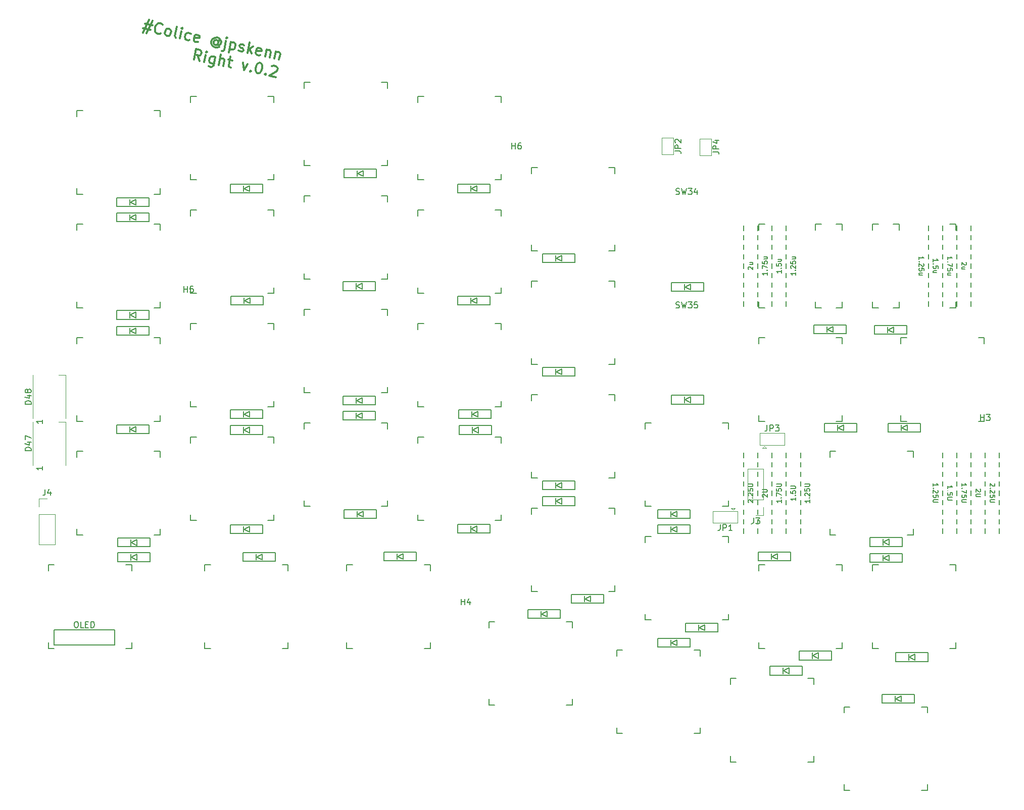
<source format=gto>
G04 #@! TF.GenerationSoftware,KiCad,Pcbnew,(5.1.5-0-10_14)*
G04 #@! TF.CreationDate,2020-05-14T06:03:50+09:00*
G04 #@! TF.ProjectId,Colice,436f6c69-6365-42e6-9b69-6361645f7063,rev?*
G04 #@! TF.SameCoordinates,Original*
G04 #@! TF.FileFunction,Legend,Top*
G04 #@! TF.FilePolarity,Positive*
%FSLAX46Y46*%
G04 Gerber Fmt 4.6, Leading zero omitted, Abs format (unit mm)*
G04 Created by KiCad (PCBNEW (5.1.5-0-10_14)) date 2020-05-14 06:03:50*
%MOMM*%
%LPD*%
G04 APERTURE LIST*
%ADD10C,0.300000*%
%ADD11C,0.150000*%
%ADD12C,0.120000*%
G04 APERTURE END LIST*
D10*
X116352902Y-23661377D02*
X117610520Y-23928692D01*
X117016338Y-23013732D02*
X116032124Y-25170519D01*
X117282449Y-24647621D02*
X116024830Y-24380306D01*
X116619012Y-25295266D02*
X117603227Y-23138479D01*
X118989651Y-25273385D02*
X118887989Y-25339406D01*
X118618644Y-25369784D01*
X118450962Y-25334142D01*
X118217259Y-25196838D01*
X118085219Y-24993513D01*
X118037020Y-24808010D01*
X118024462Y-24454824D01*
X118077925Y-24203300D01*
X118233051Y-23885756D01*
X118352534Y-23735895D01*
X118555858Y-23603854D01*
X118825203Y-23573476D01*
X118992885Y-23609118D01*
X119226588Y-23746422D01*
X119292608Y-23848085D01*
X119960104Y-25654920D02*
X119810242Y-25535437D01*
X119744222Y-25433774D01*
X119696023Y-25248271D01*
X119802949Y-24745224D01*
X119922432Y-24595362D01*
X120024095Y-24529342D01*
X120209598Y-24481143D01*
X120461122Y-24534606D01*
X120610983Y-24654089D01*
X120677003Y-24755751D01*
X120725203Y-24941255D01*
X120618276Y-25444302D01*
X120498793Y-25594163D01*
X120397131Y-25660184D01*
X120211628Y-25708383D01*
X119960104Y-25654920D01*
X121553087Y-25993519D02*
X121403226Y-25874036D01*
X121355026Y-25688532D01*
X121675805Y-24179390D01*
X122223817Y-26136087D02*
X122473311Y-24962310D01*
X122598058Y-24375421D02*
X122496396Y-24441441D01*
X122562416Y-24543104D01*
X122664078Y-24477083D01*
X122598058Y-24375421D01*
X122562416Y-24543104D01*
X123834621Y-26390845D02*
X123649118Y-26439044D01*
X123313753Y-26367760D01*
X123163891Y-26248277D01*
X123097871Y-26146614D01*
X123049672Y-25961111D01*
X123156598Y-25458064D01*
X123276081Y-25308202D01*
X123377743Y-25242182D01*
X123563247Y-25193983D01*
X123898612Y-25265267D01*
X124048473Y-25384750D01*
X125259922Y-26693802D02*
X125074419Y-26742001D01*
X124739054Y-26670717D01*
X124589192Y-26551234D01*
X124540993Y-26365730D01*
X124683561Y-25695001D01*
X124803044Y-25545139D01*
X124988548Y-25496940D01*
X125323913Y-25568224D01*
X125473774Y-25687707D01*
X125521973Y-25873211D01*
X125486331Y-26040893D01*
X124612277Y-26030365D01*
X128690119Y-26634250D02*
X128624098Y-26532588D01*
X128474237Y-26413104D01*
X128306555Y-26377462D01*
X128121051Y-26425662D01*
X128019389Y-26491682D01*
X127899906Y-26641543D01*
X127864264Y-26809226D01*
X127912463Y-26994729D01*
X127978483Y-27096391D01*
X128128345Y-27215875D01*
X128296027Y-27251517D01*
X128481530Y-27203317D01*
X128583193Y-27137297D01*
X128725761Y-26466567D02*
X128583193Y-27137297D01*
X128649213Y-27238959D01*
X128733054Y-27256780D01*
X128918558Y-27208581D01*
X129038041Y-27058720D01*
X129127146Y-26639514D01*
X129012926Y-26352348D01*
X128797045Y-26131203D01*
X128479501Y-25976077D01*
X128126315Y-25988634D01*
X127839149Y-26102854D01*
X127618004Y-26318736D01*
X127462879Y-26636279D01*
X127475436Y-26989465D01*
X127589655Y-27276631D01*
X127805537Y-27497777D01*
X128123081Y-27652902D01*
X128476267Y-27640345D01*
X128763432Y-27526125D01*
X129935180Y-26548379D02*
X129614402Y-28057521D01*
X129494919Y-28207382D01*
X129309415Y-28255582D01*
X129225574Y-28237761D01*
X130059927Y-25961490D02*
X129958265Y-26027511D01*
X130024285Y-26129173D01*
X130125947Y-26063153D01*
X130059927Y-25961490D01*
X130024285Y-26129173D01*
X130773592Y-26726589D02*
X130399351Y-28487255D01*
X130755771Y-26810430D02*
X130941274Y-26762231D01*
X131276639Y-26833515D01*
X131426501Y-26952998D01*
X131492521Y-27054660D01*
X131540720Y-27240164D01*
X131433794Y-27743211D01*
X131314311Y-27893073D01*
X131212649Y-27959093D01*
X131027145Y-28007292D01*
X130691780Y-27936008D01*
X130541919Y-27816525D01*
X132051061Y-28137303D02*
X132200922Y-28256786D01*
X132536287Y-28328070D01*
X132721791Y-28279871D01*
X132841274Y-28130010D01*
X132859095Y-28046168D01*
X132810896Y-27860665D01*
X132661034Y-27741182D01*
X132409511Y-27687719D01*
X132259649Y-27568235D01*
X132211450Y-27382732D01*
X132229271Y-27298891D01*
X132348754Y-27149029D01*
X132534258Y-27100830D01*
X132785781Y-27154293D01*
X132935643Y-27273776D01*
X133542382Y-28541922D02*
X133916623Y-26781257D01*
X133852633Y-27906834D02*
X134213112Y-28684490D01*
X134462606Y-27510713D02*
X133649308Y-28038875D01*
X135656234Y-28903606D02*
X135470730Y-28951805D01*
X135135365Y-28880521D01*
X134985504Y-28761038D01*
X134937305Y-28575535D01*
X135079873Y-27904805D01*
X135199356Y-27754943D01*
X135384859Y-27706744D01*
X135720224Y-27778028D01*
X135870086Y-27897511D01*
X135918285Y-28083015D01*
X135882643Y-28250697D01*
X135008589Y-28240170D01*
X136726319Y-27991880D02*
X136476825Y-29165657D01*
X136690677Y-28159563D02*
X136792339Y-28093542D01*
X136977843Y-28045343D01*
X137229366Y-28098806D01*
X137379228Y-28218289D01*
X137427427Y-28403793D01*
X137231396Y-29326046D01*
X138319302Y-28330479D02*
X138069808Y-29504256D01*
X138283660Y-28498162D02*
X138385322Y-28432141D01*
X138570826Y-28383942D01*
X138822349Y-28437405D01*
X138972211Y-28556888D01*
X139020410Y-28742392D01*
X138824379Y-29664645D01*
X125540619Y-29908117D02*
X125131941Y-28944958D01*
X124534525Y-29694265D02*
X124908766Y-27933599D01*
X125579496Y-28076167D01*
X125729357Y-28195651D01*
X125795377Y-28297313D01*
X125843576Y-28482816D01*
X125790113Y-28734340D01*
X125670630Y-28884201D01*
X125568968Y-28950222D01*
X125383465Y-28998421D01*
X124712735Y-28855853D01*
X126295190Y-30068506D02*
X126544684Y-28894729D01*
X126669431Y-28307840D02*
X126567769Y-28373861D01*
X126633789Y-28475523D01*
X126735452Y-28409503D01*
X126669431Y-28307840D01*
X126633789Y-28475523D01*
X128137668Y-29233328D02*
X127834711Y-30658629D01*
X127715227Y-30808490D01*
X127613565Y-30874510D01*
X127428062Y-30922710D01*
X127176538Y-30869247D01*
X127026677Y-30749763D01*
X127905995Y-30323264D02*
X127720491Y-30371463D01*
X127385126Y-30300179D01*
X127235265Y-30180696D01*
X127169245Y-30079034D01*
X127121045Y-29893530D01*
X127227971Y-29390483D01*
X127347455Y-29240621D01*
X127449117Y-29174601D01*
X127634620Y-29126402D01*
X127969985Y-29197686D01*
X128119847Y-29317169D01*
X128726586Y-30585315D02*
X129100827Y-28824649D01*
X129481157Y-30745704D02*
X129677188Y-29823451D01*
X129628989Y-29637947D01*
X129479127Y-29518464D01*
X129227604Y-29465001D01*
X129042100Y-29513200D01*
X128940438Y-29579220D01*
X130317539Y-29696674D02*
X130988269Y-29839242D01*
X130693810Y-29163248D02*
X130373032Y-30672390D01*
X130421231Y-30857894D01*
X130571093Y-30977377D01*
X130738775Y-31013019D01*
X132748935Y-30213483D02*
X132918647Y-31476365D01*
X133587347Y-30391693D01*
X134044225Y-31540356D02*
X134110245Y-31642018D01*
X134008583Y-31708038D01*
X133942563Y-31606376D01*
X134044225Y-31540356D01*
X134008583Y-31708038D01*
X135556601Y-30196867D02*
X135724284Y-30232509D01*
X135874145Y-30351992D01*
X135940165Y-30453654D01*
X135988364Y-30639157D01*
X136000922Y-30992343D01*
X135911817Y-31411549D01*
X135756691Y-31729093D01*
X135637208Y-31878955D01*
X135535546Y-31944975D01*
X135350043Y-31993174D01*
X135182360Y-31957532D01*
X135032499Y-31838049D01*
X134966478Y-31736387D01*
X134918279Y-31550883D01*
X134905722Y-31197697D01*
X134994827Y-30778491D01*
X135149952Y-30460947D01*
X135269435Y-30311086D01*
X135371098Y-30245066D01*
X135556601Y-30196867D01*
X136559462Y-32074986D02*
X136625482Y-32176648D01*
X136523820Y-32242668D01*
X136457799Y-32141006D01*
X136559462Y-32074986D01*
X136523820Y-32242668D01*
X137616990Y-30810074D02*
X137718652Y-30744054D01*
X137904155Y-30695855D01*
X138323361Y-30784960D01*
X138473223Y-30904443D01*
X138539243Y-31006105D01*
X138587442Y-31191609D01*
X138551800Y-31359291D01*
X138414496Y-31592994D01*
X137194549Y-32385236D01*
X138284485Y-32616909D01*
D11*
X252268750Y-71294020D02*
X252268750Y-70294020D01*
X251268750Y-71294020D02*
X252268750Y-71294020D01*
X252268750Y-57294020D02*
X251268750Y-57294020D01*
X252268750Y-58294020D02*
X252268750Y-57294020D01*
X238268750Y-57294020D02*
X238268750Y-58294020D01*
X239268750Y-57294020D02*
X238268750Y-57294020D01*
X238268750Y-71294020D02*
X238268750Y-70294020D01*
X239268750Y-71294020D02*
X238268750Y-71294020D01*
X117918750Y-38243680D02*
X118918750Y-38243680D01*
X118918750Y-38243680D02*
X118918750Y-39243680D01*
X117918750Y-52243680D02*
X118918750Y-52243680D01*
X118918750Y-52243680D02*
X118918750Y-51243680D01*
X104918750Y-51243680D02*
X104918750Y-52243680D01*
X104918750Y-52243680D02*
X105918750Y-52243680D01*
X105918750Y-38243680D02*
X104918750Y-38243680D01*
X104918750Y-38243680D02*
X104918750Y-39243680D01*
X246506250Y-138256860D02*
X247506250Y-138256860D01*
X247506250Y-138256860D02*
X247506250Y-139256860D01*
X246506250Y-152256860D02*
X247506250Y-152256860D01*
X247506250Y-152256860D02*
X247506250Y-151256860D01*
X233506250Y-151256860D02*
X233506250Y-152256860D01*
X233506250Y-152256860D02*
X234506250Y-152256860D01*
X234506250Y-138256860D02*
X233506250Y-138256860D01*
X233506250Y-138256860D02*
X233506250Y-139256860D01*
X216693750Y-63103395D02*
X216693750Y-62309645D01*
X216693750Y-65484645D02*
X216693750Y-66278395D01*
X216693750Y-63897145D02*
X216693750Y-64690895D01*
X216693750Y-59928395D02*
X216693750Y-59134645D01*
X216693750Y-61515895D02*
X216693750Y-60722145D01*
X216693750Y-58340895D02*
X216693750Y-57547145D01*
X216693750Y-67072145D02*
X216693750Y-67865895D01*
X216693750Y-68659645D02*
X216693750Y-69453395D01*
X216693750Y-70247145D02*
X216693750Y-71040895D01*
X219075000Y-61515895D02*
X219075000Y-60722145D01*
X219075000Y-63103395D02*
X219075000Y-62309645D01*
X219075000Y-58340895D02*
X219075000Y-57547145D01*
X219075000Y-63897145D02*
X219075000Y-64690895D01*
X219075000Y-70247145D02*
X219075000Y-71040895D01*
X219075000Y-65484645D02*
X219075000Y-66278395D01*
X219075000Y-67072145D02*
X219075000Y-67865895D01*
X219075000Y-59928395D02*
X219075000Y-59134645D01*
X219075000Y-68659645D02*
X219075000Y-69453395D01*
X221456250Y-58340895D02*
X221456250Y-57547145D01*
X221456250Y-65484645D02*
X221456250Y-66278395D01*
X221456250Y-59928395D02*
X221456250Y-59134645D01*
X221456250Y-68659645D02*
X221456250Y-69453395D01*
X221456250Y-61515895D02*
X221456250Y-60722145D01*
X221456250Y-63103395D02*
X221456250Y-62309645D01*
X221456250Y-63897145D02*
X221456250Y-64690895D01*
X221456250Y-70247145D02*
X221456250Y-71040895D01*
X221456250Y-67072145D02*
X221456250Y-67865895D01*
X223837500Y-63897145D02*
X223837500Y-64690895D01*
X223837500Y-63103395D02*
X223837500Y-62309645D01*
X223837500Y-68659645D02*
X223837500Y-69453395D01*
X223837500Y-58340895D02*
X223837500Y-57547145D01*
X223837500Y-59928395D02*
X223837500Y-59134645D01*
X223837500Y-70247145D02*
X223837500Y-71040895D01*
X223837500Y-61515895D02*
X223837500Y-60722145D01*
X223837500Y-67072145D02*
X223837500Y-67865895D01*
X223837500Y-65484645D02*
X223837500Y-66278395D01*
X247650000Y-63103395D02*
X247650000Y-62309645D01*
X247650000Y-68659645D02*
X247650000Y-69453395D01*
X247650000Y-58340895D02*
X247650000Y-57547145D01*
X247650000Y-59928395D02*
X247650000Y-59134645D01*
X247650000Y-61515895D02*
X247650000Y-60722145D01*
X247650000Y-65484645D02*
X247650000Y-66278395D01*
X247650000Y-70247145D02*
X247650000Y-71040895D01*
X247650000Y-63897145D02*
X247650000Y-64690895D01*
X247650000Y-67072145D02*
X247650000Y-67865895D01*
X250031250Y-68659645D02*
X250031250Y-69453395D01*
X250031250Y-61515895D02*
X250031250Y-60722145D01*
X250031250Y-58340895D02*
X250031250Y-57547145D01*
X250031250Y-67072145D02*
X250031250Y-67865895D01*
X250031250Y-63103395D02*
X250031250Y-62309645D01*
X250031250Y-70247145D02*
X250031250Y-71040895D01*
X250031250Y-63897145D02*
X250031250Y-64690895D01*
X250031250Y-65484645D02*
X250031250Y-66278395D01*
X250031250Y-59928395D02*
X250031250Y-59134645D01*
X252412500Y-61515895D02*
X252412500Y-60722145D01*
X252412500Y-68659645D02*
X252412500Y-69453395D01*
X252412500Y-58340895D02*
X252412500Y-57547145D01*
X252412500Y-67072145D02*
X252412500Y-67865895D01*
X252412500Y-63103395D02*
X252412500Y-62309645D01*
X252412500Y-70247145D02*
X252412500Y-71040895D01*
X252412500Y-63897145D02*
X252412500Y-64690895D01*
X252412500Y-59928395D02*
X252412500Y-59134645D01*
X252412500Y-65484645D02*
X252412500Y-66278395D01*
X254793750Y-59928395D02*
X254793750Y-59134645D01*
X254793750Y-61515895D02*
X254793750Y-60722145D01*
X254793750Y-67072145D02*
X254793750Y-67865895D01*
X254793750Y-63103395D02*
X254793750Y-62309645D01*
X254793750Y-68659645D02*
X254793750Y-69453395D01*
X254793750Y-63897145D02*
X254793750Y-64690895D01*
X254793750Y-70247145D02*
X254793750Y-71040895D01*
X254793750Y-58340895D02*
X254793750Y-57547145D01*
X254793750Y-65484645D02*
X254793750Y-66278395D01*
X228743750Y-57294020D02*
X228743750Y-58294020D01*
X229743750Y-57294020D02*
X228743750Y-57294020D01*
X228743750Y-71294020D02*
X229743750Y-71294020D01*
X228743750Y-70294020D02*
X228743750Y-71294020D01*
X242743750Y-71294020D02*
X242743750Y-70294020D01*
X241743750Y-71294020D02*
X242743750Y-71294020D01*
X242743750Y-57294020D02*
X242743750Y-58294020D01*
X241743750Y-57294020D02*
X242743750Y-57294020D01*
X226474000Y-132957000D02*
X226474000Y-131457000D01*
X221074000Y-132957000D02*
X226474000Y-132957000D01*
X221074000Y-131457000D02*
X221074000Y-132957000D01*
X226474000Y-131457000D02*
X221074000Y-131457000D01*
X223274000Y-131707000D02*
X223274000Y-132707000D01*
X224274000Y-132707000D02*
X223374000Y-132207000D01*
X224274000Y-131707000D02*
X224274000Y-132707000D01*
X223374000Y-132207000D02*
X224274000Y-131707000D01*
X227456250Y-133494340D02*
X228456250Y-133494340D01*
X228456250Y-133494340D02*
X228456250Y-134494340D01*
X227456250Y-147494340D02*
X228456250Y-147494340D01*
X228456250Y-147494340D02*
X228456250Y-146494340D01*
X214456250Y-146494340D02*
X214456250Y-147494340D01*
X214456250Y-147494340D02*
X215456250Y-147494340D01*
X215456250Y-133494340D02*
X214456250Y-133494340D01*
X214456250Y-133494340D02*
X214456250Y-134494340D01*
X243031250Y-76344100D02*
X243031250Y-77344100D01*
X244031250Y-76344100D02*
X243031250Y-76344100D01*
X243031250Y-90344100D02*
X244031250Y-90344100D01*
X243031250Y-89344100D02*
X243031250Y-90344100D01*
X257031250Y-90344100D02*
X257031250Y-89344100D01*
X256031250Y-90344100D02*
X257031250Y-90344100D01*
X257031250Y-76344100D02*
X257031250Y-77344100D01*
X256031250Y-76344100D02*
X257031250Y-76344100D01*
X232218750Y-76344100D02*
X233218750Y-76344100D01*
X233218750Y-76344100D02*
X233218750Y-77344100D01*
X232218750Y-90344100D02*
X233218750Y-90344100D01*
X233218750Y-90344100D02*
X233218750Y-89344100D01*
X219218750Y-89344100D02*
X219218750Y-90344100D01*
X219218750Y-90344100D02*
X220218750Y-90344100D01*
X220218750Y-76344100D02*
X219218750Y-76344100D01*
X219218750Y-76344100D02*
X219218750Y-77344100D01*
X232518000Y-91440000D02*
X233418000Y-90940000D01*
X233418000Y-90940000D02*
X233418000Y-91940000D01*
X233418000Y-91940000D02*
X232518000Y-91440000D01*
X232418000Y-90940000D02*
X232418000Y-91940000D01*
X235618000Y-90690000D02*
X230218000Y-90690000D01*
X230218000Y-90690000D02*
X230218000Y-92190000D01*
X230218000Y-92190000D02*
X235618000Y-92190000D01*
X235618000Y-92190000D02*
X235618000Y-90690000D01*
X209964000Y-87491000D02*
X209964000Y-85991000D01*
X204564000Y-87491000D02*
X209964000Y-87491000D01*
X204564000Y-85991000D02*
X204564000Y-87491000D01*
X209964000Y-85991000D02*
X204564000Y-85991000D01*
X206764000Y-86241000D02*
X206764000Y-87241000D01*
X207764000Y-87241000D02*
X206864000Y-86741000D01*
X207764000Y-86241000D02*
X207764000Y-87241000D01*
X206864000Y-86741000D02*
X207764000Y-86241000D01*
X208406250Y-128731820D02*
X209406250Y-128731820D01*
X209406250Y-128731820D02*
X209406250Y-129731820D01*
X208406250Y-142731820D02*
X209406250Y-142731820D01*
X209406250Y-142731820D02*
X209406250Y-141731820D01*
X195406250Y-141731820D02*
X195406250Y-142731820D01*
X195406250Y-142731820D02*
X196406250Y-142731820D01*
X196406250Y-128731820D02*
X195406250Y-128731820D01*
X195406250Y-128731820D02*
X195406250Y-129731820D01*
X188374000Y-63742000D02*
X188374000Y-62242000D01*
X182974000Y-63742000D02*
X188374000Y-63742000D01*
X182974000Y-62242000D02*
X182974000Y-63742000D01*
X188374000Y-62242000D02*
X182974000Y-62242000D01*
X185174000Y-62492000D02*
X185174000Y-63492000D01*
X186174000Y-63492000D02*
X185274000Y-62992000D01*
X186174000Y-62492000D02*
X186174000Y-63492000D01*
X185274000Y-62992000D02*
X186174000Y-62492000D01*
X233840000Y-75680000D02*
X233840000Y-74180000D01*
X228440000Y-75680000D02*
X233840000Y-75680000D01*
X228440000Y-74180000D02*
X228440000Y-75680000D01*
X233840000Y-74180000D02*
X228440000Y-74180000D01*
X230640000Y-74430000D02*
X230640000Y-75430000D01*
X231640000Y-75430000D02*
X230740000Y-74930000D01*
X231640000Y-74430000D02*
X231640000Y-75430000D01*
X230740000Y-74930000D02*
X231640000Y-74430000D01*
X209964000Y-68568000D02*
X209964000Y-67068000D01*
X204564000Y-68568000D02*
X209964000Y-68568000D01*
X204564000Y-67068000D02*
X204564000Y-68568000D01*
X209964000Y-67068000D02*
X204564000Y-67068000D01*
X206764000Y-67318000D02*
X206764000Y-68318000D01*
X207764000Y-68318000D02*
X206864000Y-67818000D01*
X207764000Y-67318000D02*
X207764000Y-68318000D01*
X206864000Y-67818000D02*
X207764000Y-67318000D01*
X207678000Y-106668000D02*
X207678000Y-105168000D01*
X202278000Y-106668000D02*
X207678000Y-106668000D01*
X202278000Y-105168000D02*
X202278000Y-106668000D01*
X207678000Y-105168000D02*
X202278000Y-105168000D01*
X204478000Y-105418000D02*
X204478000Y-106418000D01*
X205478000Y-106418000D02*
X204578000Y-105918000D01*
X205478000Y-105418000D02*
X205478000Y-106418000D01*
X204578000Y-105918000D02*
X205478000Y-105418000D01*
X212377000Y-125718000D02*
X212377000Y-124218000D01*
X206977000Y-125718000D02*
X212377000Y-125718000D01*
X206977000Y-124218000D02*
X206977000Y-125718000D01*
X212377000Y-124218000D02*
X206977000Y-124218000D01*
X209177000Y-124468000D02*
X209177000Y-125468000D01*
X210177000Y-125468000D02*
X209277000Y-124968000D01*
X210177000Y-124468000D02*
X210177000Y-125468000D01*
X209277000Y-124968000D02*
X210177000Y-124468000D01*
X207678000Y-128258000D02*
X207678000Y-126758000D01*
X202278000Y-128258000D02*
X207678000Y-128258000D01*
X202278000Y-126758000D02*
X202278000Y-128258000D01*
X207678000Y-126758000D02*
X202278000Y-126758000D01*
X204478000Y-127008000D02*
X204478000Y-128008000D01*
X205478000Y-128008000D02*
X204578000Y-127508000D01*
X205478000Y-127008000D02*
X205478000Y-128008000D01*
X204578000Y-127508000D02*
X205478000Y-127008000D01*
X188374000Y-82792000D02*
X188374000Y-81292000D01*
X182974000Y-82792000D02*
X188374000Y-82792000D01*
X182974000Y-81292000D02*
X182974000Y-82792000D01*
X188374000Y-81292000D02*
X182974000Y-81292000D01*
X185174000Y-81542000D02*
X185174000Y-82542000D01*
X186174000Y-82542000D02*
X185274000Y-82042000D01*
X186174000Y-81542000D02*
X186174000Y-82542000D01*
X185274000Y-82042000D02*
X186174000Y-81542000D01*
X188374000Y-101842000D02*
X188374000Y-100342000D01*
X182974000Y-101842000D02*
X188374000Y-101842000D01*
X182974000Y-100342000D02*
X182974000Y-101842000D01*
X188374000Y-100342000D02*
X182974000Y-100342000D01*
X185174000Y-100592000D02*
X185174000Y-101592000D01*
X186174000Y-101592000D02*
X185274000Y-101092000D01*
X186174000Y-100592000D02*
X186174000Y-101592000D01*
X185274000Y-101092000D02*
X186174000Y-100592000D01*
X193200000Y-120892000D02*
X193200000Y-119392000D01*
X187800000Y-120892000D02*
X193200000Y-120892000D01*
X187800000Y-119392000D02*
X187800000Y-120892000D01*
X193200000Y-119392000D02*
X187800000Y-119392000D01*
X190000000Y-119642000D02*
X190000000Y-120642000D01*
X191000000Y-120642000D02*
X190100000Y-120142000D01*
X191000000Y-119642000D02*
X191000000Y-120642000D01*
X190100000Y-120142000D02*
X191000000Y-119642000D01*
X174150000Y-52058000D02*
X174150000Y-50558000D01*
X168750000Y-52058000D02*
X174150000Y-52058000D01*
X168750000Y-50558000D02*
X168750000Y-52058000D01*
X174150000Y-50558000D02*
X168750000Y-50558000D01*
X170950000Y-50808000D02*
X170950000Y-51808000D01*
X171950000Y-51808000D02*
X171050000Y-51308000D01*
X171950000Y-50808000D02*
X171950000Y-51808000D01*
X171050000Y-51308000D02*
X171950000Y-50808000D01*
X174150000Y-70854000D02*
X174150000Y-69354000D01*
X168750000Y-70854000D02*
X174150000Y-70854000D01*
X168750000Y-69354000D02*
X168750000Y-70854000D01*
X174150000Y-69354000D02*
X168750000Y-69354000D01*
X170950000Y-69604000D02*
X170950000Y-70604000D01*
X171950000Y-70604000D02*
X171050000Y-70104000D01*
X171950000Y-69604000D02*
X171950000Y-70604000D01*
X171050000Y-70104000D02*
X171950000Y-69604000D01*
X174340500Y-89904000D02*
X174340500Y-88404000D01*
X168940500Y-89904000D02*
X174340500Y-89904000D01*
X168940500Y-88404000D02*
X168940500Y-89904000D01*
X174340500Y-88404000D02*
X168940500Y-88404000D01*
X171140500Y-88654000D02*
X171140500Y-89654000D01*
X172140500Y-89654000D02*
X171240500Y-89154000D01*
X172140500Y-88654000D02*
X172140500Y-89654000D01*
X171240500Y-89154000D02*
X172140500Y-88654000D01*
X174150000Y-109128630D02*
X174150000Y-107628630D01*
X168750000Y-109128630D02*
X174150000Y-109128630D01*
X168750000Y-107628630D02*
X168750000Y-109128630D01*
X174150000Y-107628630D02*
X168750000Y-107628630D01*
X170950000Y-107878630D02*
X170950000Y-108878630D01*
X171950000Y-108878630D02*
X171050000Y-108378630D01*
X171950000Y-107878630D02*
X171950000Y-108878630D01*
X171050000Y-108378630D02*
X171950000Y-107878630D01*
X161831000Y-113780000D02*
X161831000Y-112280000D01*
X156431000Y-113780000D02*
X161831000Y-113780000D01*
X156431000Y-112280000D02*
X156431000Y-113780000D01*
X161831000Y-112280000D02*
X156431000Y-112280000D01*
X158631000Y-112530000D02*
X158631000Y-113530000D01*
X159631000Y-113530000D02*
X158731000Y-113030000D01*
X159631000Y-112530000D02*
X159631000Y-113530000D01*
X158731000Y-113030000D02*
X159631000Y-112530000D01*
X155100000Y-49518000D02*
X155100000Y-48018000D01*
X149700000Y-49518000D02*
X155100000Y-49518000D01*
X149700000Y-48018000D02*
X149700000Y-49518000D01*
X155100000Y-48018000D02*
X149700000Y-48018000D01*
X151900000Y-48268000D02*
X151900000Y-49268000D01*
X152900000Y-49268000D02*
X152000000Y-48768000D01*
X152900000Y-48268000D02*
X152900000Y-49268000D01*
X152000000Y-48768000D02*
X152900000Y-48268000D01*
X154973000Y-68441000D02*
X154973000Y-66941000D01*
X149573000Y-68441000D02*
X154973000Y-68441000D01*
X149573000Y-66941000D02*
X149573000Y-68441000D01*
X154973000Y-66941000D02*
X149573000Y-66941000D01*
X151773000Y-67191000D02*
X151773000Y-68191000D01*
X152773000Y-68191000D02*
X151873000Y-67691000D01*
X152773000Y-67191000D02*
X152773000Y-68191000D01*
X151873000Y-67691000D02*
X152773000Y-67191000D01*
X154973000Y-87618000D02*
X154973000Y-86118000D01*
X149573000Y-87618000D02*
X154973000Y-87618000D01*
X149573000Y-86118000D02*
X149573000Y-87618000D01*
X154973000Y-86118000D02*
X149573000Y-86118000D01*
X151773000Y-86368000D02*
X151773000Y-87368000D01*
X152773000Y-87368000D02*
X151873000Y-86868000D01*
X152773000Y-86368000D02*
X152773000Y-87368000D01*
X151873000Y-86868000D02*
X152773000Y-86368000D01*
X155100000Y-106668000D02*
X155100000Y-105168000D01*
X149700000Y-106668000D02*
X155100000Y-106668000D01*
X149700000Y-105168000D02*
X149700000Y-106668000D01*
X155100000Y-105168000D02*
X149700000Y-105168000D01*
X151900000Y-105418000D02*
X151900000Y-106418000D01*
X152900000Y-106418000D02*
X152000000Y-105918000D01*
X152900000Y-105418000D02*
X152900000Y-106418000D01*
X152000000Y-105918000D02*
X152900000Y-105418000D01*
X138209000Y-113859850D02*
X138209000Y-112359850D01*
X132809000Y-113859850D02*
X138209000Y-113859850D01*
X132809000Y-112359850D02*
X132809000Y-113859850D01*
X138209000Y-112359850D02*
X132809000Y-112359850D01*
X135009000Y-112609850D02*
X135009000Y-113609850D01*
X136009000Y-113609850D02*
X135109000Y-113109850D01*
X136009000Y-112609850D02*
X136009000Y-113609850D01*
X135109000Y-113109850D02*
X136009000Y-112609850D01*
X136050000Y-52058000D02*
X136050000Y-50558000D01*
X130650000Y-52058000D02*
X136050000Y-52058000D01*
X130650000Y-50558000D02*
X130650000Y-52058000D01*
X136050000Y-50558000D02*
X130650000Y-50558000D01*
X132850000Y-50808000D02*
X132850000Y-51808000D01*
X133850000Y-51808000D02*
X132950000Y-51308000D01*
X133850000Y-50808000D02*
X133850000Y-51808000D01*
X132950000Y-51308000D02*
X133850000Y-50808000D01*
X136177000Y-70854000D02*
X136177000Y-69354000D01*
X130777000Y-70854000D02*
X136177000Y-70854000D01*
X130777000Y-69354000D02*
X130777000Y-70854000D01*
X136177000Y-69354000D02*
X130777000Y-69354000D01*
X132977000Y-69604000D02*
X132977000Y-70604000D01*
X133977000Y-70604000D02*
X133077000Y-70104000D01*
X133977000Y-69604000D02*
X133977000Y-70604000D01*
X133077000Y-70104000D02*
X133977000Y-69604000D01*
X136050000Y-89904000D02*
X136050000Y-88404000D01*
X130650000Y-89904000D02*
X136050000Y-89904000D01*
X130650000Y-88404000D02*
X130650000Y-89904000D01*
X136050000Y-88404000D02*
X130650000Y-88404000D01*
X132850000Y-88654000D02*
X132850000Y-89654000D01*
X133850000Y-89654000D02*
X132950000Y-89154000D01*
X133850000Y-88654000D02*
X133850000Y-89654000D01*
X132950000Y-89154000D02*
X133850000Y-88654000D01*
X136050000Y-109208000D02*
X136050000Y-107708000D01*
X130650000Y-109208000D02*
X136050000Y-109208000D01*
X130650000Y-107708000D02*
X130650000Y-109208000D01*
X136050000Y-107708000D02*
X130650000Y-107708000D01*
X132850000Y-107958000D02*
X132850000Y-108958000D01*
X133850000Y-108958000D02*
X132950000Y-108458000D01*
X133850000Y-107958000D02*
X133850000Y-108958000D01*
X132950000Y-108458000D02*
X133850000Y-107958000D01*
X117000000Y-54344000D02*
X117000000Y-52844000D01*
X111600000Y-54344000D02*
X117000000Y-54344000D01*
X111600000Y-52844000D02*
X111600000Y-54344000D01*
X117000000Y-52844000D02*
X111600000Y-52844000D01*
X113800000Y-53094000D02*
X113800000Y-54094000D01*
X114800000Y-54094000D02*
X113900000Y-53594000D01*
X114800000Y-53094000D02*
X114800000Y-54094000D01*
X113900000Y-53594000D02*
X114800000Y-53094000D01*
X117000000Y-73267000D02*
X117000000Y-71767000D01*
X111600000Y-73267000D02*
X117000000Y-73267000D01*
X111600000Y-71767000D02*
X111600000Y-73267000D01*
X117000000Y-71767000D02*
X111600000Y-71767000D01*
X113800000Y-72017000D02*
X113800000Y-73017000D01*
X114800000Y-73017000D02*
X113900000Y-72517000D01*
X114800000Y-72017000D02*
X114800000Y-73017000D01*
X113900000Y-72517000D02*
X114800000Y-72017000D01*
X117000000Y-92444000D02*
X117000000Y-90944000D01*
X111600000Y-92444000D02*
X117000000Y-92444000D01*
X111600000Y-90944000D02*
X111600000Y-92444000D01*
X117000000Y-90944000D02*
X111600000Y-90944000D01*
X113800000Y-91194000D02*
X113800000Y-92194000D01*
X114800000Y-92194000D02*
X113900000Y-91694000D01*
X114800000Y-91194000D02*
X114800000Y-92194000D01*
X113900000Y-91694000D02*
X114800000Y-91194000D01*
X117190500Y-111414630D02*
X117190500Y-109914630D01*
X111790500Y-111414630D02*
X117190500Y-111414630D01*
X111790500Y-109914630D02*
X111790500Y-111414630D01*
X117190500Y-109914630D02*
X111790500Y-109914630D01*
X113990500Y-110164630D02*
X113990500Y-111164630D01*
X114990500Y-111164630D02*
X114090500Y-110664630D01*
X114990500Y-110164630D02*
X114990500Y-111164630D01*
X114090500Y-110664630D02*
X114990500Y-110164630D01*
X117190500Y-113907000D02*
X117190500Y-112407000D01*
X111790500Y-113907000D02*
X117190500Y-113907000D01*
X111790500Y-112407000D02*
X111790500Y-113907000D01*
X117190500Y-112407000D02*
X111790500Y-112407000D01*
X113990500Y-112657000D02*
X113990500Y-113657000D01*
X114990500Y-113657000D02*
X114090500Y-113157000D01*
X114990500Y-112657000D02*
X114990500Y-113657000D01*
X114090500Y-113157000D02*
X114990500Y-112657000D01*
X213168750Y-90631660D02*
X214168750Y-90631660D01*
X214168750Y-90631660D02*
X214168750Y-91631660D01*
X213168750Y-104631660D02*
X214168750Y-104631660D01*
X214168750Y-104631660D02*
X214168750Y-103631660D01*
X200168750Y-103631660D02*
X200168750Y-104631660D01*
X200168750Y-104631660D02*
X201168750Y-104631660D01*
X201168750Y-90631660D02*
X200168750Y-90631660D01*
X200168750Y-90631660D02*
X200168750Y-91631660D01*
X213168750Y-109681740D02*
X214168750Y-109681740D01*
X214168750Y-109681740D02*
X214168750Y-110681740D01*
X213168750Y-123681740D02*
X214168750Y-123681740D01*
X214168750Y-123681740D02*
X214168750Y-122681740D01*
X200168750Y-122681740D02*
X200168750Y-123681740D01*
X200168750Y-123681740D02*
X201168750Y-123681740D01*
X201168750Y-109681740D02*
X200168750Y-109681740D01*
X200168750Y-109681740D02*
X200168750Y-110681740D01*
X194118750Y-85868690D02*
X195118750Y-85868690D01*
X195118750Y-85868690D02*
X195118750Y-86868690D01*
X194118750Y-99868690D02*
X195118750Y-99868690D01*
X195118750Y-99868690D02*
X195118750Y-98868690D01*
X181118750Y-98868690D02*
X181118750Y-99868690D01*
X181118750Y-99868690D02*
X182118750Y-99868690D01*
X182118750Y-85868690D02*
X181118750Y-85868690D01*
X181118750Y-85868690D02*
X181118750Y-86868690D01*
X194118750Y-104918690D02*
X195118750Y-104918690D01*
X195118750Y-104918690D02*
X195118750Y-105918690D01*
X194118750Y-118918690D02*
X195118750Y-118918690D01*
X195118750Y-118918690D02*
X195118750Y-117918690D01*
X181118750Y-117918690D02*
X181118750Y-118918690D01*
X181118750Y-118918690D02*
X182118750Y-118918690D01*
X182118750Y-104918690D02*
X181118750Y-104918690D01*
X181118750Y-104918690D02*
X181118750Y-105918690D01*
X162068750Y-35862430D02*
X162068750Y-36862430D01*
X163068750Y-35862430D02*
X162068750Y-35862430D01*
X162068750Y-49862430D02*
X163068750Y-49862430D01*
X162068750Y-48862430D02*
X162068750Y-49862430D01*
X176068750Y-49862430D02*
X176068750Y-48862430D01*
X175068750Y-49862430D02*
X176068750Y-49862430D01*
X176068750Y-35862430D02*
X176068750Y-36862430D01*
X175068750Y-35862430D02*
X176068750Y-35862430D01*
X162068750Y-54912430D02*
X162068750Y-55912430D01*
X163068750Y-54912430D02*
X162068750Y-54912430D01*
X162068750Y-68912430D02*
X163068750Y-68912430D01*
X162068750Y-67912430D02*
X162068750Y-68912430D01*
X176068750Y-68912430D02*
X176068750Y-67912430D01*
X175068750Y-68912430D02*
X176068750Y-68912430D01*
X176068750Y-54912430D02*
X176068750Y-55912430D01*
X175068750Y-54912430D02*
X176068750Y-54912430D01*
X162068750Y-73962430D02*
X162068750Y-74962430D01*
X163068750Y-73962430D02*
X162068750Y-73962430D01*
X162068750Y-87962430D02*
X163068750Y-87962430D01*
X162068750Y-86962430D02*
X162068750Y-87962430D01*
X176068750Y-87962430D02*
X176068750Y-86962430D01*
X175068750Y-87962430D02*
X176068750Y-87962430D01*
X176068750Y-73962430D02*
X176068750Y-74962430D01*
X175068750Y-73962430D02*
X176068750Y-73962430D01*
X162068750Y-93012430D02*
X162068750Y-94012430D01*
X163068750Y-93012430D02*
X162068750Y-93012430D01*
X162068750Y-107012430D02*
X163068750Y-107012430D01*
X162068750Y-106012430D02*
X162068750Y-107012430D01*
X176068750Y-107012430D02*
X176068750Y-106012430D01*
X175068750Y-107012430D02*
X176068750Y-107012430D01*
X176068750Y-93012430D02*
X176068750Y-94012430D01*
X175068750Y-93012430D02*
X176068750Y-93012430D01*
X150162500Y-114444260D02*
X150162500Y-115444260D01*
X151162500Y-114444260D02*
X150162500Y-114444260D01*
X150162500Y-128444260D02*
X151162500Y-128444260D01*
X150162500Y-127444260D02*
X150162500Y-128444260D01*
X164162500Y-128444260D02*
X164162500Y-127444260D01*
X163162500Y-128444260D02*
X164162500Y-128444260D01*
X164162500Y-114444260D02*
X164162500Y-115444260D01*
X163162500Y-114444260D02*
X164162500Y-114444260D01*
X143018750Y-33481180D02*
X143018750Y-34481180D01*
X144018750Y-33481180D02*
X143018750Y-33481180D01*
X143018750Y-47481180D02*
X144018750Y-47481180D01*
X143018750Y-46481180D02*
X143018750Y-47481180D01*
X157018750Y-47481180D02*
X157018750Y-46481180D01*
X156018750Y-47481180D02*
X157018750Y-47481180D01*
X157018750Y-33481180D02*
X157018750Y-34481180D01*
X156018750Y-33481180D02*
X157018750Y-33481180D01*
X143018750Y-52531180D02*
X143018750Y-53531180D01*
X144018750Y-52531180D02*
X143018750Y-52531180D01*
X143018750Y-66531180D02*
X144018750Y-66531180D01*
X143018750Y-65531180D02*
X143018750Y-66531180D01*
X157018750Y-66531180D02*
X157018750Y-65531180D01*
X156018750Y-66531180D02*
X157018750Y-66531180D01*
X157018750Y-52531180D02*
X157018750Y-53531180D01*
X156018750Y-52531180D02*
X157018750Y-52531180D01*
X143018750Y-71581180D02*
X143018750Y-72581180D01*
X144018750Y-71581180D02*
X143018750Y-71581180D01*
X143018750Y-85581180D02*
X144018750Y-85581180D01*
X143018750Y-84581180D02*
X143018750Y-85581180D01*
X157018750Y-85581180D02*
X157018750Y-84581180D01*
X156018750Y-85581180D02*
X157018750Y-85581180D01*
X157018750Y-71581180D02*
X157018750Y-72581180D01*
X156018750Y-71581180D02*
X157018750Y-71581180D01*
X143018750Y-90631180D02*
X143018750Y-91631180D01*
X144018750Y-90631180D02*
X143018750Y-90631180D01*
X143018750Y-104631180D02*
X144018750Y-104631180D01*
X143018750Y-103631180D02*
X143018750Y-104631180D01*
X157018750Y-104631180D02*
X157018750Y-103631180D01*
X156018750Y-104631180D02*
X157018750Y-104631180D01*
X157018750Y-90631180D02*
X157018750Y-91631180D01*
X156018750Y-90631180D02*
X157018750Y-90631180D01*
X126350000Y-114444260D02*
X126350000Y-115444260D01*
X127350000Y-114444260D02*
X126350000Y-114444260D01*
X126350000Y-128444260D02*
X127350000Y-128444260D01*
X126350000Y-127444260D02*
X126350000Y-128444260D01*
X140350000Y-128444260D02*
X140350000Y-127444260D01*
X139350000Y-128444260D02*
X140350000Y-128444260D01*
X140350000Y-114444260D02*
X140350000Y-115444260D01*
X139350000Y-114444260D02*
X140350000Y-114444260D01*
X136968750Y-35862430D02*
X137968750Y-35862430D01*
X137968750Y-35862430D02*
X137968750Y-36862430D01*
X136968750Y-49862430D02*
X137968750Y-49862430D01*
X137968750Y-49862430D02*
X137968750Y-48862430D01*
X123968750Y-48862430D02*
X123968750Y-49862430D01*
X123968750Y-49862430D02*
X124968750Y-49862430D01*
X124968750Y-35862430D02*
X123968750Y-35862430D01*
X123968750Y-35862430D02*
X123968750Y-36862430D01*
X136968750Y-54912430D02*
X137968750Y-54912430D01*
X137968750Y-54912430D02*
X137968750Y-55912430D01*
X136968750Y-68912430D02*
X137968750Y-68912430D01*
X137968750Y-68912430D02*
X137968750Y-67912430D01*
X123968750Y-67912430D02*
X123968750Y-68912430D01*
X123968750Y-68912430D02*
X124968750Y-68912430D01*
X124968750Y-54912430D02*
X123968750Y-54912430D01*
X123968750Y-54912430D02*
X123968750Y-55912430D01*
X136968750Y-73962430D02*
X137968750Y-73962430D01*
X137968750Y-73962430D02*
X137968750Y-74962430D01*
X136968750Y-87962430D02*
X137968750Y-87962430D01*
X137968750Y-87962430D02*
X137968750Y-86962430D01*
X123968750Y-86962430D02*
X123968750Y-87962430D01*
X123968750Y-87962430D02*
X124968750Y-87962430D01*
X124968750Y-73962430D02*
X123968750Y-73962430D01*
X123968750Y-73962430D02*
X123968750Y-74962430D01*
X136968750Y-93012430D02*
X137968750Y-93012430D01*
X137968750Y-93012430D02*
X137968750Y-94012430D01*
X136968750Y-107012430D02*
X137968750Y-107012430D01*
X137968750Y-107012430D02*
X137968750Y-106012430D01*
X123968750Y-106012430D02*
X123968750Y-107012430D01*
X123968750Y-107012430D02*
X124968750Y-107012430D01*
X124968750Y-93012430D02*
X123968750Y-93012430D01*
X123968750Y-93012430D02*
X123968750Y-94012430D01*
X117918750Y-57293680D02*
X118918750Y-57293680D01*
X118918750Y-57293680D02*
X118918750Y-58293680D01*
X117918750Y-71293680D02*
X118918750Y-71293680D01*
X118918750Y-71293680D02*
X118918750Y-70293680D01*
X104918750Y-70293680D02*
X104918750Y-71293680D01*
X104918750Y-71293680D02*
X105918750Y-71293680D01*
X105918750Y-57293680D02*
X104918750Y-57293680D01*
X104918750Y-57293680D02*
X104918750Y-58293680D01*
X117918750Y-76343680D02*
X118918750Y-76343680D01*
X118918750Y-76343680D02*
X118918750Y-77343680D01*
X117918750Y-90343680D02*
X118918750Y-90343680D01*
X118918750Y-90343680D02*
X118918750Y-89343680D01*
X104918750Y-89343680D02*
X104918750Y-90343680D01*
X104918750Y-90343680D02*
X105918750Y-90343680D01*
X105918750Y-76343680D02*
X104918750Y-76343680D01*
X104918750Y-76343680D02*
X104918750Y-77343680D01*
X117918750Y-95393680D02*
X118918750Y-95393680D01*
X118918750Y-95393680D02*
X118918750Y-96393680D01*
X117918750Y-109393680D02*
X118918750Y-109393680D01*
X118918750Y-109393680D02*
X118918750Y-108393680D01*
X104918750Y-108393680D02*
X104918750Y-109393680D01*
X104918750Y-109393680D02*
X105918750Y-109393680D01*
X105918750Y-95393680D02*
X104918750Y-95393680D01*
X104918750Y-95393680D02*
X104918750Y-96393680D01*
X113156250Y-114444260D02*
X114156250Y-114444260D01*
X114156250Y-114444260D02*
X114156250Y-115444260D01*
X113156250Y-128444260D02*
X114156250Y-128444260D01*
X114156250Y-128444260D02*
X114156250Y-127444260D01*
X100156250Y-127444260D02*
X100156250Y-128444260D01*
X100156250Y-128444260D02*
X101156250Y-128444260D01*
X101156250Y-114444260D02*
X100156250Y-114444260D01*
X100156250Y-114444260D02*
X100156250Y-115444260D01*
X181118750Y-47768690D02*
X181118750Y-48768690D01*
X182118750Y-47768690D02*
X181118750Y-47768690D01*
X181118750Y-61768690D02*
X182118750Y-61768690D01*
X181118750Y-60768690D02*
X181118750Y-61768690D01*
X195118750Y-61768690D02*
X195118750Y-60768690D01*
X194118750Y-61768690D02*
X195118750Y-61768690D01*
X195118750Y-47768690D02*
X195118750Y-48768690D01*
X194118750Y-47768690D02*
X195118750Y-47768690D01*
X194118750Y-66818690D02*
X195118750Y-66818690D01*
X195118750Y-66818690D02*
X195118750Y-67818690D01*
X194118750Y-80818690D02*
X195118750Y-80818690D01*
X195118750Y-80818690D02*
X195118750Y-79818690D01*
X181118750Y-79818690D02*
X181118750Y-80818690D01*
X181118750Y-80818690D02*
X182118750Y-80818690D01*
X182118750Y-66818690D02*
X181118750Y-66818690D01*
X181118750Y-66818690D02*
X181118750Y-67818690D01*
X246286000Y-92190000D02*
X246286000Y-90690000D01*
X240886000Y-92190000D02*
X246286000Y-92190000D01*
X240886000Y-90690000D02*
X240886000Y-92190000D01*
X246286000Y-90690000D02*
X240886000Y-90690000D01*
X243086000Y-90940000D02*
X243086000Y-91940000D01*
X244086000Y-91940000D02*
X243186000Y-91440000D01*
X244086000Y-90940000D02*
X244086000Y-91940000D01*
X243186000Y-91440000D02*
X244086000Y-90940000D01*
X242170000Y-136906000D02*
X243070000Y-136406000D01*
X243070000Y-136406000D02*
X243070000Y-137406000D01*
X243070000Y-137406000D02*
X242170000Y-136906000D01*
X242070000Y-136406000D02*
X242070000Y-137406000D01*
X245270000Y-136156000D02*
X239870000Y-136156000D01*
X239870000Y-136156000D02*
X239870000Y-137656000D01*
X239870000Y-137656000D02*
X245270000Y-137656000D01*
X245270000Y-137656000D02*
X245270000Y-136156000D01*
X243238000Y-111367000D02*
X243238000Y-109867000D01*
X237838000Y-111367000D02*
X243238000Y-111367000D01*
X237838000Y-109867000D02*
X237838000Y-111367000D01*
X243238000Y-109867000D02*
X237838000Y-109867000D01*
X240038000Y-110117000D02*
X240038000Y-111117000D01*
X241038000Y-111117000D02*
X240138000Y-110617000D01*
X241038000Y-110117000D02*
X241038000Y-111117000D01*
X240138000Y-110617000D02*
X241038000Y-110117000D01*
X228327000Y-129667000D02*
X229227000Y-129167000D01*
X229227000Y-129167000D02*
X229227000Y-130167000D01*
X229227000Y-130167000D02*
X228327000Y-129667000D01*
X228227000Y-129167000D02*
X228227000Y-130167000D01*
X231427000Y-128917000D02*
X226027000Y-128917000D01*
X226027000Y-128917000D02*
X226027000Y-130417000D01*
X226027000Y-130417000D02*
X231427000Y-130417000D01*
X231427000Y-130417000D02*
X231427000Y-128917000D01*
X185961000Y-123432000D02*
X185961000Y-121932000D01*
X180561000Y-123432000D02*
X185961000Y-123432000D01*
X180561000Y-121932000D02*
X180561000Y-123432000D01*
X185961000Y-121932000D02*
X180561000Y-121932000D01*
X182761000Y-122182000D02*
X182761000Y-123182000D01*
X183761000Y-123182000D02*
X182861000Y-122682000D01*
X183761000Y-122182000D02*
X183761000Y-123182000D01*
X182861000Y-122682000D02*
X183761000Y-122182000D01*
X231125000Y-95394180D02*
X231125000Y-96394180D01*
X232125000Y-95394180D02*
X231125000Y-95394180D01*
X231125000Y-109394180D02*
X232125000Y-109394180D01*
X231125000Y-108394180D02*
X231125000Y-109394180D01*
X245125000Y-109394180D02*
X245125000Y-108394180D01*
X244125000Y-109394180D02*
X245125000Y-109394180D01*
X245125000Y-95394180D02*
X245125000Y-96394180D01*
X244125000Y-95394180D02*
X245125000Y-95394180D01*
X232218750Y-114444260D02*
X233218750Y-114444260D01*
X233218750Y-114444260D02*
X233218750Y-115444260D01*
X232218750Y-128444260D02*
X233218750Y-128444260D01*
X233218750Y-128444260D02*
X233218750Y-127444260D01*
X219218750Y-127444260D02*
X219218750Y-128444260D01*
X219218750Y-128444260D02*
X220218750Y-128444260D01*
X220218750Y-114444260D02*
X219218750Y-114444260D01*
X219218750Y-114444260D02*
X219218750Y-115444260D01*
X173975000Y-123969300D02*
X173975000Y-124969300D01*
X174975000Y-123969300D02*
X173975000Y-123969300D01*
X173975000Y-137969300D02*
X174975000Y-137969300D01*
X173975000Y-136969300D02*
X173975000Y-137969300D01*
X187975000Y-137969300D02*
X187975000Y-136969300D01*
X186975000Y-137969300D02*
X187975000Y-137969300D01*
X187975000Y-123969300D02*
X187975000Y-124969300D01*
X186975000Y-123969300D02*
X187975000Y-123969300D01*
X259556250Y-102791055D02*
X259556250Y-101997305D01*
X259556250Y-101203555D02*
X259556250Y-100409805D01*
X259556250Y-103584805D02*
X259556250Y-104378555D01*
X259556250Y-105172305D02*
X259556250Y-105966055D01*
X259556250Y-106759805D02*
X259556250Y-107553555D01*
X259556250Y-108347305D02*
X259556250Y-109141055D01*
X259556250Y-99616055D02*
X259556250Y-98822305D01*
X259556250Y-98028555D02*
X259556250Y-97234805D01*
X259556250Y-96441055D02*
X259556250Y-95647305D01*
X257175000Y-103584805D02*
X257175000Y-104378555D01*
X257175000Y-101203555D02*
X257175000Y-100409805D01*
X257175000Y-102791055D02*
X257175000Y-101997305D01*
X257175000Y-106759805D02*
X257175000Y-107553555D01*
X257175000Y-105172305D02*
X257175000Y-105966055D01*
X257175000Y-108347305D02*
X257175000Y-109141055D01*
X257175000Y-99616055D02*
X257175000Y-98822305D01*
X257175000Y-98028555D02*
X257175000Y-97234805D01*
X257175000Y-96441055D02*
X257175000Y-95647305D01*
X254793750Y-105172305D02*
X254793750Y-105966055D01*
X254793750Y-103584805D02*
X254793750Y-104378555D01*
X254793750Y-108347305D02*
X254793750Y-109141055D01*
X254793750Y-102791055D02*
X254793750Y-101997305D01*
X254793750Y-96441055D02*
X254793750Y-95647305D01*
X254793750Y-101203555D02*
X254793750Y-100409805D01*
X254793750Y-99616055D02*
X254793750Y-98822305D01*
X254793750Y-106759805D02*
X254793750Y-107553555D01*
X254793750Y-98028555D02*
X254793750Y-97234805D01*
X252412500Y-108347305D02*
X252412500Y-109141055D01*
X252412500Y-101203555D02*
X252412500Y-100409805D01*
X252412500Y-106759805D02*
X252412500Y-107553555D01*
X252412500Y-98028555D02*
X252412500Y-97234805D01*
X252412500Y-105172305D02*
X252412500Y-105966055D01*
X252412500Y-103584805D02*
X252412500Y-104378555D01*
X252412500Y-102791055D02*
X252412500Y-101997305D01*
X252412500Y-96441055D02*
X252412500Y-95647305D01*
X252412500Y-99616055D02*
X252412500Y-98822305D01*
X250031250Y-102791055D02*
X250031250Y-101997305D01*
X250031250Y-103584805D02*
X250031250Y-104378555D01*
X250031250Y-98028555D02*
X250031250Y-97234805D01*
X250031250Y-108347305D02*
X250031250Y-109141055D01*
X250031250Y-106759805D02*
X250031250Y-107553555D01*
X250031250Y-96441055D02*
X250031250Y-95647305D01*
X250031250Y-105172305D02*
X250031250Y-105966055D01*
X250031250Y-99616055D02*
X250031250Y-98822305D01*
X250031250Y-101203555D02*
X250031250Y-100409805D01*
X226218750Y-103584805D02*
X226218750Y-104378555D01*
X226218750Y-98028555D02*
X226218750Y-97234805D01*
X226218750Y-108347305D02*
X226218750Y-109141055D01*
X226218750Y-106759805D02*
X226218750Y-107553555D01*
X226218750Y-105172305D02*
X226218750Y-105966055D01*
X226218750Y-101203555D02*
X226218750Y-100409805D01*
X226218750Y-96441055D02*
X226218750Y-95647305D01*
X226218750Y-102791055D02*
X226218750Y-101997305D01*
X226218750Y-99616055D02*
X226218750Y-98822305D01*
X223837500Y-98028555D02*
X223837500Y-97234805D01*
X223837500Y-105172305D02*
X223837500Y-105966055D01*
X223837500Y-108347305D02*
X223837500Y-109141055D01*
X223837500Y-99616055D02*
X223837500Y-98822305D01*
X223837500Y-103584805D02*
X223837500Y-104378555D01*
X223837500Y-96441055D02*
X223837500Y-95647305D01*
X223837500Y-102791055D02*
X223837500Y-101997305D01*
X223837500Y-101203555D02*
X223837500Y-100409805D01*
X223837500Y-106759805D02*
X223837500Y-107553555D01*
X221456250Y-105172305D02*
X221456250Y-105966055D01*
X221456250Y-98028555D02*
X221456250Y-97234805D01*
X221456250Y-108347305D02*
X221456250Y-109141055D01*
X221456250Y-99616055D02*
X221456250Y-98822305D01*
X221456250Y-103584805D02*
X221456250Y-104378555D01*
X221456250Y-96441055D02*
X221456250Y-95647305D01*
X221456250Y-102791055D02*
X221456250Y-101997305D01*
X221456250Y-106759805D02*
X221456250Y-107553555D01*
X221456250Y-101203555D02*
X221456250Y-100409805D01*
X219075000Y-106759805D02*
X219075000Y-107553555D01*
X219075000Y-105172305D02*
X219075000Y-105966055D01*
X219075000Y-99616055D02*
X219075000Y-98822305D01*
X219075000Y-103584805D02*
X219075000Y-104378555D01*
X219075000Y-98028555D02*
X219075000Y-97234805D01*
X219075000Y-102791055D02*
X219075000Y-101997305D01*
X219075000Y-96441055D02*
X219075000Y-95647305D01*
X219075000Y-108347305D02*
X219075000Y-109141055D01*
X219075000Y-101203555D02*
X219075000Y-100409805D01*
X216693750Y-105172305D02*
X216693750Y-105966055D01*
X216693750Y-106759805D02*
X216693750Y-107553555D01*
X216693750Y-101203555D02*
X216693750Y-100409805D01*
X216693750Y-108347305D02*
X216693750Y-109141055D01*
X216693750Y-99616055D02*
X216693750Y-98822305D01*
X216693750Y-96441055D02*
X216693750Y-95647305D01*
X216693750Y-98028555D02*
X216693750Y-97234805D01*
X216693750Y-103584805D02*
X216693750Y-104378555D01*
X216693750Y-102791055D02*
X216693750Y-101997305D01*
X113900000Y-75184000D02*
X114800000Y-74684000D01*
X114800000Y-74684000D02*
X114800000Y-75684000D01*
X114800000Y-75684000D02*
X113900000Y-75184000D01*
X113800000Y-74684000D02*
X113800000Y-75684000D01*
X117000000Y-74434000D02*
X111600000Y-74434000D01*
X111600000Y-74434000D02*
X111600000Y-75934000D01*
X111600000Y-75934000D02*
X117000000Y-75934000D01*
X117000000Y-75934000D02*
X117000000Y-74434000D01*
X117000000Y-56884000D02*
X117000000Y-55384000D01*
X111600000Y-56884000D02*
X117000000Y-56884000D01*
X111600000Y-55384000D02*
X111600000Y-56884000D01*
X117000000Y-55384000D02*
X111600000Y-55384000D01*
X113800000Y-55634000D02*
X113800000Y-56634000D01*
X114800000Y-56634000D02*
X113900000Y-56134000D01*
X114800000Y-55634000D02*
X114800000Y-56634000D01*
X113900000Y-56134000D02*
X114800000Y-55634000D01*
X136050000Y-92571000D02*
X136050000Y-91071000D01*
X130650000Y-92571000D02*
X136050000Y-92571000D01*
X130650000Y-91071000D02*
X130650000Y-92571000D01*
X136050000Y-91071000D02*
X130650000Y-91071000D01*
X132850000Y-91321000D02*
X132850000Y-92321000D01*
X133850000Y-92321000D02*
X132950000Y-91821000D01*
X133850000Y-91321000D02*
X133850000Y-92321000D01*
X132950000Y-91821000D02*
X133850000Y-91321000D01*
X240138000Y-113284000D02*
X241038000Y-112784000D01*
X241038000Y-112784000D02*
X241038000Y-113784000D01*
X241038000Y-113784000D02*
X240138000Y-113284000D01*
X240038000Y-112784000D02*
X240038000Y-113784000D01*
X243238000Y-112534000D02*
X237838000Y-112534000D01*
X237838000Y-112534000D02*
X237838000Y-114034000D01*
X237838000Y-114034000D02*
X243238000Y-114034000D01*
X243238000Y-114034000D02*
X243238000Y-112534000D01*
X244456000Y-129921000D02*
X245356000Y-129421000D01*
X245356000Y-129421000D02*
X245356000Y-130421000D01*
X245356000Y-130421000D02*
X244456000Y-129921000D01*
X244356000Y-129421000D02*
X244356000Y-130421000D01*
X247556000Y-129171000D02*
X242156000Y-129171000D01*
X242156000Y-129171000D02*
X242156000Y-130671000D01*
X242156000Y-130671000D02*
X247556000Y-130671000D01*
X247556000Y-130671000D02*
X247556000Y-129171000D01*
X224569000Y-113780000D02*
X224569000Y-112280000D01*
X219169000Y-113780000D02*
X224569000Y-113780000D01*
X219169000Y-112280000D02*
X219169000Y-113780000D01*
X224569000Y-112280000D02*
X219169000Y-112280000D01*
X221369000Y-112530000D02*
X221369000Y-113530000D01*
X222369000Y-113530000D02*
X221469000Y-113030000D01*
X222369000Y-112530000D02*
X222369000Y-113530000D01*
X221469000Y-113030000D02*
X222369000Y-112530000D01*
X151873000Y-89408000D02*
X152773000Y-88908000D01*
X152773000Y-88908000D02*
X152773000Y-89908000D01*
X152773000Y-89908000D02*
X151873000Y-89408000D01*
X151773000Y-88908000D02*
X151773000Y-89908000D01*
X154973000Y-88658000D02*
X149573000Y-88658000D01*
X149573000Y-88658000D02*
X149573000Y-90158000D01*
X149573000Y-90158000D02*
X154973000Y-90158000D01*
X154973000Y-90158000D02*
X154973000Y-88658000D01*
X174404000Y-92571000D02*
X174404000Y-91071000D01*
X169004000Y-92571000D02*
X174404000Y-92571000D01*
X169004000Y-91071000D02*
X169004000Y-92571000D01*
X174404000Y-91071000D02*
X169004000Y-91071000D01*
X171204000Y-91321000D02*
X171204000Y-92321000D01*
X172204000Y-92321000D02*
X171304000Y-91821000D01*
X172204000Y-91321000D02*
X172204000Y-92321000D01*
X171304000Y-91821000D02*
X172204000Y-91321000D01*
X185274000Y-103759000D02*
X186174000Y-103259000D01*
X186174000Y-103259000D02*
X186174000Y-104259000D01*
X186174000Y-104259000D02*
X185274000Y-103759000D01*
X185174000Y-103259000D02*
X185174000Y-104259000D01*
X188374000Y-103009000D02*
X182974000Y-103009000D01*
X182974000Y-103009000D02*
X182974000Y-104509000D01*
X182974000Y-104509000D02*
X188374000Y-104509000D01*
X188374000Y-104509000D02*
X188374000Y-103009000D01*
X207678000Y-109208000D02*
X207678000Y-107708000D01*
X202278000Y-109208000D02*
X207678000Y-109208000D01*
X202278000Y-107708000D02*
X202278000Y-109208000D01*
X207678000Y-107708000D02*
X202278000Y-107708000D01*
X204478000Y-107958000D02*
X204478000Y-108958000D01*
X205478000Y-108958000D02*
X204578000Y-108458000D01*
X205478000Y-107958000D02*
X205478000Y-108958000D01*
X204578000Y-108458000D02*
X205478000Y-107958000D01*
D12*
X103067300Y-90431600D02*
X101917300Y-90431600D01*
X103067300Y-97731600D02*
X103067300Y-90431600D01*
X97567300Y-97731600D02*
X97567300Y-90431600D01*
X97567300Y-89908400D02*
X97567300Y-82608400D01*
X103067300Y-89908400D02*
X103067300Y-82608400D01*
X103067300Y-82608400D02*
X101917300Y-82608400D01*
X220024000Y-98365000D02*
X217364000Y-98365000D01*
X220024000Y-103505000D02*
X220024000Y-98365000D01*
X217364000Y-103505000D02*
X217364000Y-98365000D01*
X220024000Y-103505000D02*
X217364000Y-103505000D01*
X220024000Y-104775000D02*
X220024000Y-106105000D01*
X220024000Y-106105000D02*
X218694000Y-106105000D01*
X98619000Y-103318000D02*
X99949000Y-103318000D01*
X98619000Y-104648000D02*
X98619000Y-103318000D01*
X98619000Y-105918000D02*
X101279000Y-105918000D01*
X101279000Y-105918000D02*
X101279000Y-111058000D01*
X98619000Y-105918000D02*
X98619000Y-111058000D01*
X98619000Y-111058000D02*
X101279000Y-111058000D01*
D11*
X238268750Y-114444260D02*
X238268750Y-115444260D01*
X239268750Y-114444260D02*
X238268750Y-114444260D01*
X238268750Y-128444260D02*
X239268750Y-128444260D01*
X238268750Y-127444260D02*
X238268750Y-128444260D01*
X252268750Y-128444260D02*
X252268750Y-127444260D01*
X251268750Y-128444260D02*
X252268750Y-128444260D01*
X252268750Y-114444260D02*
X252268750Y-115444260D01*
X251268750Y-114444260D02*
X252268750Y-114444260D01*
X240900000Y-75009690D02*
X241800000Y-74509690D01*
X241800000Y-74509690D02*
X241800000Y-75509690D01*
X241800000Y-75509690D02*
X240900000Y-75009690D01*
X240800000Y-74509690D02*
X240800000Y-75509690D01*
X244000000Y-74259690D02*
X238600000Y-74259690D01*
X238600000Y-74259690D02*
X238600000Y-75759690D01*
X238600000Y-75759690D02*
X244000000Y-75759690D01*
X244000000Y-75759690D02*
X244000000Y-74259690D01*
X220218750Y-71294020D02*
X219218750Y-71294020D01*
X219218750Y-71294020D02*
X219218750Y-70294020D01*
X220218750Y-57294020D02*
X219218750Y-57294020D01*
X219218750Y-57294020D02*
X219218750Y-58294020D01*
X233218750Y-58294020D02*
X233218750Y-57294020D01*
X233218750Y-57294020D02*
X232218750Y-57294020D01*
X232218750Y-71294020D02*
X233218750Y-71294020D01*
X233218750Y-71294020D02*
X233218750Y-70294020D01*
D12*
X204947000Y-42796000D02*
X204947000Y-45596000D01*
X204947000Y-45596000D02*
X202947000Y-45596000D01*
X202947000Y-45596000D02*
X202947000Y-42796000D01*
X202947000Y-42796000D02*
X204947000Y-42796000D01*
X209297000Y-42923000D02*
X211297000Y-42923000D01*
X209297000Y-45723000D02*
X209297000Y-42923000D01*
X211297000Y-45723000D02*
X209297000Y-45723000D01*
X211297000Y-42923000D02*
X211297000Y-45723000D01*
X214914000Y-105226000D02*
X214614000Y-104926000D01*
X215214000Y-104926000D02*
X214614000Y-104926000D01*
X214914000Y-105226000D02*
X215214000Y-104926000D01*
X215664000Y-105426000D02*
X215664000Y-107426000D01*
X211564000Y-105426000D02*
X215664000Y-105426000D01*
X211564000Y-107426000D02*
X211564000Y-105426000D01*
X215664000Y-107426000D02*
X211564000Y-107426000D01*
X219408000Y-92345000D02*
X223508000Y-92345000D01*
X223508000Y-92345000D02*
X223508000Y-94345000D01*
X223508000Y-94345000D02*
X219408000Y-94345000D01*
X219408000Y-94345000D02*
X219408000Y-92345000D01*
X220158000Y-94545000D02*
X219858000Y-94845000D01*
X219858000Y-94845000D02*
X220458000Y-94845000D01*
X220158000Y-94545000D02*
X220458000Y-94845000D01*
D11*
X101123750Y-127889000D02*
X111283750Y-127889000D01*
X101123750Y-125349000D02*
X111283750Y-125349000D01*
X111283750Y-125349000D02*
X111283750Y-127889000D01*
X101123750Y-127889000D02*
X101123750Y-125349000D01*
X246097470Y-63208305D02*
X246097470Y-62751162D01*
X246097470Y-62979734D02*
X246897470Y-62979734D01*
X246783184Y-62903543D01*
X246706994Y-62827353D01*
X246668898Y-62751162D01*
X246173660Y-63551162D02*
X246135565Y-63589258D01*
X246097470Y-63551162D01*
X246135565Y-63513067D01*
X246173660Y-63551162D01*
X246097470Y-63551162D01*
X246821279Y-63894020D02*
X246859375Y-63932115D01*
X246897470Y-64008305D01*
X246897470Y-64198781D01*
X246859375Y-64274972D01*
X246821279Y-64313067D01*
X246745089Y-64351162D01*
X246668898Y-64351162D01*
X246554613Y-64313067D01*
X246097470Y-63855924D01*
X246097470Y-64351162D01*
X246897470Y-65074972D02*
X246897470Y-64694020D01*
X246516517Y-64655924D01*
X246554613Y-64694020D01*
X246592708Y-64770210D01*
X246592708Y-64960686D01*
X246554613Y-65036877D01*
X246516517Y-65074972D01*
X246440327Y-65113067D01*
X246249851Y-65113067D01*
X246173660Y-65074972D01*
X246135565Y-65036877D01*
X246097470Y-64960686D01*
X246097470Y-64770210D01*
X246135565Y-64694020D01*
X246173660Y-64655924D01*
X246630803Y-65798781D02*
X246097470Y-65798781D01*
X246630803Y-65455924D02*
X246211755Y-65455924D01*
X246135565Y-65494020D01*
X246097470Y-65570210D01*
X246097470Y-65684496D01*
X246135565Y-65760686D01*
X246173660Y-65798781D01*
X250859970Y-63208305D02*
X250859970Y-62751162D01*
X250859970Y-62979734D02*
X251659970Y-62979734D01*
X251545684Y-62903543D01*
X251469494Y-62827353D01*
X251431398Y-62751162D01*
X250936160Y-63551162D02*
X250898065Y-63589258D01*
X250859970Y-63551162D01*
X250898065Y-63513067D01*
X250936160Y-63551162D01*
X250859970Y-63551162D01*
X251659970Y-63855924D02*
X251659970Y-64389258D01*
X250859970Y-64046400D01*
X251659970Y-65074972D02*
X251659970Y-64694020D01*
X251279017Y-64655924D01*
X251317113Y-64694020D01*
X251355208Y-64770210D01*
X251355208Y-64960686D01*
X251317113Y-65036877D01*
X251279017Y-65074972D01*
X251202827Y-65113067D01*
X251012351Y-65113067D01*
X250936160Y-65074972D01*
X250898065Y-65036877D01*
X250859970Y-64960686D01*
X250859970Y-64770210D01*
X250898065Y-64694020D01*
X250936160Y-64655924D01*
X251393303Y-65798781D02*
X250859970Y-65798781D01*
X251393303Y-65455924D02*
X250974255Y-65455924D01*
X250898065Y-65494020D01*
X250859970Y-65570210D01*
X250859970Y-65684496D01*
X250898065Y-65760686D01*
X250936160Y-65798781D01*
X248478720Y-63589258D02*
X248478720Y-63132115D01*
X248478720Y-63360686D02*
X249278720Y-63360686D01*
X249164434Y-63284496D01*
X249088244Y-63208305D01*
X249050148Y-63132115D01*
X248554910Y-63932115D02*
X248516815Y-63970210D01*
X248478720Y-63932115D01*
X248516815Y-63894020D01*
X248554910Y-63932115D01*
X248478720Y-63932115D01*
X249278720Y-64694020D02*
X249278720Y-64313067D01*
X248897767Y-64274972D01*
X248935863Y-64313067D01*
X248973958Y-64389258D01*
X248973958Y-64579734D01*
X248935863Y-64655924D01*
X248897767Y-64694020D01*
X248821577Y-64732115D01*
X248631101Y-64732115D01*
X248554910Y-64694020D01*
X248516815Y-64655924D01*
X248478720Y-64579734D01*
X248478720Y-64389258D01*
X248516815Y-64313067D01*
X248554910Y-64274972D01*
X249012053Y-65417829D02*
X248478720Y-65417829D01*
X249012053Y-65074972D02*
X248593005Y-65074972D01*
X248516815Y-65113067D01*
X248478720Y-65189258D01*
X248478720Y-65303543D01*
X248516815Y-65379734D01*
X248554910Y-65417829D01*
X253965029Y-63703543D02*
X254003125Y-63741639D01*
X254041220Y-63817829D01*
X254041220Y-64008305D01*
X254003125Y-64084496D01*
X253965029Y-64122591D01*
X253888839Y-64160686D01*
X253812648Y-64160686D01*
X253698363Y-64122591D01*
X253241220Y-63665448D01*
X253241220Y-64160686D01*
X253774553Y-64846400D02*
X253241220Y-64846400D01*
X253774553Y-64503543D02*
X253355505Y-64503543D01*
X253279315Y-64541639D01*
X253241220Y-64617829D01*
X253241220Y-64732115D01*
X253279315Y-64808305D01*
X253317410Y-64846400D01*
X225390029Y-65379734D02*
X225390029Y-65836877D01*
X225390029Y-65608305D02*
X224590029Y-65608305D01*
X224704315Y-65684496D01*
X224780505Y-65760686D01*
X224818601Y-65836877D01*
X225313839Y-65036877D02*
X225351934Y-64998781D01*
X225390029Y-65036877D01*
X225351934Y-65074972D01*
X225313839Y-65036877D01*
X225390029Y-65036877D01*
X224666220Y-64694020D02*
X224628125Y-64655924D01*
X224590029Y-64579734D01*
X224590029Y-64389258D01*
X224628125Y-64313067D01*
X224666220Y-64274972D01*
X224742410Y-64236877D01*
X224818601Y-64236877D01*
X224932886Y-64274972D01*
X225390029Y-64732115D01*
X225390029Y-64236877D01*
X224590029Y-63513067D02*
X224590029Y-63894020D01*
X224970982Y-63932115D01*
X224932886Y-63894020D01*
X224894791Y-63817829D01*
X224894791Y-63627353D01*
X224932886Y-63551162D01*
X224970982Y-63513067D01*
X225047172Y-63474972D01*
X225237648Y-63474972D01*
X225313839Y-63513067D01*
X225351934Y-63551162D01*
X225390029Y-63627353D01*
X225390029Y-63817829D01*
X225351934Y-63894020D01*
X225313839Y-63932115D01*
X224856696Y-62789258D02*
X225390029Y-62789258D01*
X224856696Y-63132115D02*
X225275744Y-63132115D01*
X225351934Y-63094020D01*
X225390029Y-63017829D01*
X225390029Y-62903543D01*
X225351934Y-62827353D01*
X225313839Y-62789258D01*
X223008779Y-64998781D02*
X223008779Y-65455924D01*
X223008779Y-65227353D02*
X222208779Y-65227353D01*
X222323065Y-65303543D01*
X222399255Y-65379734D01*
X222437351Y-65455924D01*
X222932589Y-64655924D02*
X222970684Y-64617829D01*
X223008779Y-64655924D01*
X222970684Y-64694020D01*
X222932589Y-64655924D01*
X223008779Y-64655924D01*
X222208779Y-63894020D02*
X222208779Y-64274972D01*
X222589732Y-64313067D01*
X222551636Y-64274972D01*
X222513541Y-64198781D01*
X222513541Y-64008305D01*
X222551636Y-63932115D01*
X222589732Y-63894020D01*
X222665922Y-63855924D01*
X222856398Y-63855924D01*
X222932589Y-63894020D01*
X222970684Y-63932115D01*
X223008779Y-64008305D01*
X223008779Y-64198781D01*
X222970684Y-64274972D01*
X222932589Y-64313067D01*
X222475446Y-63170210D02*
X223008779Y-63170210D01*
X222475446Y-63513067D02*
X222894494Y-63513067D01*
X222970684Y-63474972D01*
X223008779Y-63398781D01*
X223008779Y-63284496D01*
X222970684Y-63208305D01*
X222932589Y-63170210D01*
X220627529Y-65379734D02*
X220627529Y-65836877D01*
X220627529Y-65608305D02*
X219827529Y-65608305D01*
X219941815Y-65684496D01*
X220018005Y-65760686D01*
X220056101Y-65836877D01*
X220551339Y-65036877D02*
X220589434Y-64998781D01*
X220627529Y-65036877D01*
X220589434Y-65074972D01*
X220551339Y-65036877D01*
X220627529Y-65036877D01*
X219827529Y-64732115D02*
X219827529Y-64198781D01*
X220627529Y-64541639D01*
X219827529Y-63513067D02*
X219827529Y-63894020D01*
X220208482Y-63932115D01*
X220170386Y-63894020D01*
X220132291Y-63817829D01*
X220132291Y-63627353D01*
X220170386Y-63551162D01*
X220208482Y-63513067D01*
X220284672Y-63474972D01*
X220475148Y-63474972D01*
X220551339Y-63513067D01*
X220589434Y-63551162D01*
X220627529Y-63627353D01*
X220627529Y-63817829D01*
X220589434Y-63894020D01*
X220551339Y-63932115D01*
X220094196Y-62789258D02*
X220627529Y-62789258D01*
X220094196Y-63132115D02*
X220513244Y-63132115D01*
X220589434Y-63094020D01*
X220627529Y-63017829D01*
X220627529Y-62903543D01*
X220589434Y-62827353D01*
X220551339Y-62789258D01*
X217522470Y-64884496D02*
X217484375Y-64846400D01*
X217446279Y-64770210D01*
X217446279Y-64579734D01*
X217484375Y-64503543D01*
X217522470Y-64465448D01*
X217598660Y-64427353D01*
X217674851Y-64427353D01*
X217789136Y-64465448D01*
X218246279Y-64922591D01*
X218246279Y-64427353D01*
X217712946Y-63741639D02*
X218246279Y-63741639D01*
X217712946Y-64084496D02*
X218131994Y-64084496D01*
X218208184Y-64046400D01*
X218246279Y-63970210D01*
X218246279Y-63855924D01*
X218208184Y-63779734D01*
X218170089Y-63741639D01*
X205359226Y-52236261D02*
X205502083Y-52283880D01*
X205740178Y-52283880D01*
X205835416Y-52236261D01*
X205883035Y-52188642D01*
X205930654Y-52093404D01*
X205930654Y-51998166D01*
X205883035Y-51902928D01*
X205835416Y-51855309D01*
X205740178Y-51807690D01*
X205549702Y-51760071D01*
X205454464Y-51712452D01*
X205406845Y-51664833D01*
X205359226Y-51569595D01*
X205359226Y-51474357D01*
X205406845Y-51379119D01*
X205454464Y-51331500D01*
X205549702Y-51283880D01*
X205787797Y-51283880D01*
X205930654Y-51331500D01*
X206263988Y-51283880D02*
X206502083Y-52283880D01*
X206692559Y-51569595D01*
X206883035Y-52283880D01*
X207121130Y-51283880D01*
X207406845Y-51283880D02*
X208025892Y-51283880D01*
X207692559Y-51664833D01*
X207835416Y-51664833D01*
X207930654Y-51712452D01*
X207978273Y-51760071D01*
X208025892Y-51855309D01*
X208025892Y-52093404D01*
X207978273Y-52188642D01*
X207930654Y-52236261D01*
X207835416Y-52283880D01*
X207549702Y-52283880D01*
X207454464Y-52236261D01*
X207406845Y-52188642D01*
X208883035Y-51617214D02*
X208883035Y-52283880D01*
X208644940Y-51236261D02*
X208406845Y-51950547D01*
X209025892Y-51950547D01*
X256413095Y-90216380D02*
X256413095Y-89216380D01*
X256413095Y-89692571D02*
X256984523Y-89692571D01*
X256984523Y-90216380D02*
X256984523Y-89216380D01*
X257365476Y-89216380D02*
X257984523Y-89216380D01*
X257651190Y-89597333D01*
X257794047Y-89597333D01*
X257889285Y-89644952D01*
X257936904Y-89692571D01*
X257984523Y-89787809D01*
X257984523Y-90025904D01*
X257936904Y-90121142D01*
X257889285Y-90168761D01*
X257794047Y-90216380D01*
X257508333Y-90216380D01*
X257413095Y-90168761D01*
X257365476Y-90121142D01*
X169354595Y-121143420D02*
X169354595Y-120143420D01*
X169354595Y-120619611D02*
X169926023Y-120619611D01*
X169926023Y-121143420D02*
X169926023Y-120143420D01*
X170830785Y-120476754D02*
X170830785Y-121143420D01*
X170592690Y-120095801D02*
X170354595Y-120810087D01*
X170973642Y-120810087D01*
X122913235Y-68694960D02*
X122913235Y-67694960D01*
X122913235Y-68171151D02*
X123484663Y-68171151D01*
X123484663Y-68694960D02*
X123484663Y-67694960D01*
X124437044Y-67694960D02*
X123960854Y-67694960D01*
X123913235Y-68171151D01*
X123960854Y-68123532D01*
X124056092Y-68075913D01*
X124294187Y-68075913D01*
X124389425Y-68123532D01*
X124437044Y-68171151D01*
X124484663Y-68266389D01*
X124484663Y-68504484D01*
X124437044Y-68599722D01*
X124389425Y-68647341D01*
X124294187Y-68694960D01*
X124056092Y-68694960D01*
X123960854Y-68647341D01*
X123913235Y-68599722D01*
X177850895Y-44661480D02*
X177850895Y-43661480D01*
X177850895Y-44137671D02*
X178422323Y-44137671D01*
X178422323Y-44661480D02*
X178422323Y-43661480D01*
X179327085Y-43661480D02*
X179136609Y-43661480D01*
X179041371Y-43709100D01*
X178993752Y-43756719D01*
X178898514Y-43899576D01*
X178850895Y-44090052D01*
X178850895Y-44471004D01*
X178898514Y-44566242D01*
X178946133Y-44613861D01*
X179041371Y-44661480D01*
X179231847Y-44661480D01*
X179327085Y-44613861D01*
X179374704Y-44566242D01*
X179422323Y-44471004D01*
X179422323Y-44232909D01*
X179374704Y-44137671D01*
X179327085Y-44090052D01*
X179231847Y-44042433D01*
X179041371Y-44042433D01*
X178946133Y-44090052D01*
X178898514Y-44137671D01*
X178850895Y-44232909D01*
X227771279Y-103537037D02*
X227771279Y-103994180D01*
X227771279Y-103765608D02*
X226971279Y-103765608D01*
X227085565Y-103841799D01*
X227161755Y-103917989D01*
X227199851Y-103994180D01*
X227695089Y-103194180D02*
X227733184Y-103156084D01*
X227771279Y-103194180D01*
X227733184Y-103232275D01*
X227695089Y-103194180D01*
X227771279Y-103194180D01*
X227047470Y-102851322D02*
X227009375Y-102813227D01*
X226971279Y-102737037D01*
X226971279Y-102546560D01*
X227009375Y-102470370D01*
X227047470Y-102432275D01*
X227123660Y-102394180D01*
X227199851Y-102394180D01*
X227314136Y-102432275D01*
X227771279Y-102889418D01*
X227771279Y-102394180D01*
X226971279Y-101670370D02*
X226971279Y-102051322D01*
X227352232Y-102089418D01*
X227314136Y-102051322D01*
X227276041Y-101975132D01*
X227276041Y-101784656D01*
X227314136Y-101708465D01*
X227352232Y-101670370D01*
X227428422Y-101632275D01*
X227618898Y-101632275D01*
X227695089Y-101670370D01*
X227733184Y-101708465D01*
X227771279Y-101784656D01*
X227771279Y-101975132D01*
X227733184Y-102051322D01*
X227695089Y-102089418D01*
X226971279Y-101289418D02*
X227618898Y-101289418D01*
X227695089Y-101251322D01*
X227733184Y-101213227D01*
X227771279Y-101137037D01*
X227771279Y-100984656D01*
X227733184Y-100908465D01*
X227695089Y-100870370D01*
X227618898Y-100832275D01*
X226971279Y-100832275D01*
X223008779Y-103537037D02*
X223008779Y-103994180D01*
X223008779Y-103765608D02*
X222208779Y-103765608D01*
X222323065Y-103841799D01*
X222399255Y-103917989D01*
X222437351Y-103994180D01*
X222932589Y-103194180D02*
X222970684Y-103156084D01*
X223008779Y-103194180D01*
X222970684Y-103232275D01*
X222932589Y-103194180D01*
X223008779Y-103194180D01*
X222208779Y-102889418D02*
X222208779Y-102356084D01*
X223008779Y-102698941D01*
X222208779Y-101670370D02*
X222208779Y-102051322D01*
X222589732Y-102089418D01*
X222551636Y-102051322D01*
X222513541Y-101975132D01*
X222513541Y-101784656D01*
X222551636Y-101708465D01*
X222589732Y-101670370D01*
X222665922Y-101632275D01*
X222856398Y-101632275D01*
X222932589Y-101670370D01*
X222970684Y-101708465D01*
X223008779Y-101784656D01*
X223008779Y-101975132D01*
X222970684Y-102051322D01*
X222932589Y-102089418D01*
X222208779Y-101289418D02*
X222856398Y-101289418D01*
X222932589Y-101251322D01*
X222970684Y-101213227D01*
X223008779Y-101137037D01*
X223008779Y-100984656D01*
X222970684Y-100908465D01*
X222932589Y-100870370D01*
X222856398Y-100832275D01*
X222208779Y-100832275D01*
X225390029Y-103156084D02*
X225390029Y-103613227D01*
X225390029Y-103384656D02*
X224590029Y-103384656D01*
X224704315Y-103460846D01*
X224780505Y-103537037D01*
X224818601Y-103613227D01*
X225313839Y-102813227D02*
X225351934Y-102775132D01*
X225390029Y-102813227D01*
X225351934Y-102851322D01*
X225313839Y-102813227D01*
X225390029Y-102813227D01*
X224590029Y-102051322D02*
X224590029Y-102432275D01*
X224970982Y-102470370D01*
X224932886Y-102432275D01*
X224894791Y-102356084D01*
X224894791Y-102165608D01*
X224932886Y-102089418D01*
X224970982Y-102051322D01*
X225047172Y-102013227D01*
X225237648Y-102013227D01*
X225313839Y-102051322D01*
X225351934Y-102089418D01*
X225390029Y-102165608D01*
X225390029Y-102356084D01*
X225351934Y-102432275D01*
X225313839Y-102470370D01*
X224590029Y-101670370D02*
X225237648Y-101670370D01*
X225313839Y-101632275D01*
X225351934Y-101594180D01*
X225390029Y-101517989D01*
X225390029Y-101365608D01*
X225351934Y-101289418D01*
X225313839Y-101251322D01*
X225237648Y-101213227D01*
X224590029Y-101213227D01*
X219903720Y-103041799D02*
X219865625Y-103003703D01*
X219827529Y-102927513D01*
X219827529Y-102737037D01*
X219865625Y-102660846D01*
X219903720Y-102622751D01*
X219979910Y-102584656D01*
X220056101Y-102584656D01*
X220170386Y-102622751D01*
X220627529Y-103079894D01*
X220627529Y-102584656D01*
X219827529Y-102241799D02*
X220475148Y-102241799D01*
X220551339Y-102203703D01*
X220589434Y-102165608D01*
X220627529Y-102089418D01*
X220627529Y-101937037D01*
X220589434Y-101860846D01*
X220551339Y-101822751D01*
X220475148Y-101784656D01*
X219827529Y-101784656D01*
X217522470Y-103994180D02*
X217484375Y-103956084D01*
X217446279Y-103879894D01*
X217446279Y-103689418D01*
X217484375Y-103613227D01*
X217522470Y-103575132D01*
X217598660Y-103537037D01*
X217674851Y-103537037D01*
X217789136Y-103575132D01*
X218246279Y-104032275D01*
X218246279Y-103537037D01*
X218170089Y-103194180D02*
X218208184Y-103156084D01*
X218246279Y-103194180D01*
X218208184Y-103232275D01*
X218170089Y-103194180D01*
X218246279Y-103194180D01*
X217522470Y-102851322D02*
X217484375Y-102813227D01*
X217446279Y-102737037D01*
X217446279Y-102546560D01*
X217484375Y-102470370D01*
X217522470Y-102432275D01*
X217598660Y-102394180D01*
X217674851Y-102394180D01*
X217789136Y-102432275D01*
X218246279Y-102889418D01*
X218246279Y-102394180D01*
X217446279Y-101670370D02*
X217446279Y-102051322D01*
X217827232Y-102089418D01*
X217789136Y-102051322D01*
X217751041Y-101975132D01*
X217751041Y-101784656D01*
X217789136Y-101708465D01*
X217827232Y-101670370D01*
X217903422Y-101632275D01*
X218093898Y-101632275D01*
X218170089Y-101670370D01*
X218208184Y-101708465D01*
X218246279Y-101784656D01*
X218246279Y-101975132D01*
X218208184Y-102051322D01*
X218170089Y-102089418D01*
X217446279Y-101289418D02*
X218093898Y-101289418D01*
X218170089Y-101251322D01*
X218208184Y-101213227D01*
X218246279Y-101137037D01*
X218246279Y-100984656D01*
X218208184Y-100908465D01*
X218170089Y-100870370D01*
X218093898Y-100832275D01*
X217446279Y-100832275D01*
X248478720Y-101251322D02*
X248478720Y-100794180D01*
X248478720Y-101022751D02*
X249278720Y-101022751D01*
X249164434Y-100946560D01*
X249088244Y-100870370D01*
X249050148Y-100794180D01*
X248554910Y-101594180D02*
X248516815Y-101632275D01*
X248478720Y-101594180D01*
X248516815Y-101556084D01*
X248554910Y-101594180D01*
X248478720Y-101594180D01*
X249202529Y-101937037D02*
X249240625Y-101975132D01*
X249278720Y-102051322D01*
X249278720Y-102241799D01*
X249240625Y-102317989D01*
X249202529Y-102356084D01*
X249126339Y-102394180D01*
X249050148Y-102394180D01*
X248935863Y-102356084D01*
X248478720Y-101898941D01*
X248478720Y-102394180D01*
X249278720Y-103117989D02*
X249278720Y-102737037D01*
X248897767Y-102698941D01*
X248935863Y-102737037D01*
X248973958Y-102813227D01*
X248973958Y-103003703D01*
X248935863Y-103079894D01*
X248897767Y-103117989D01*
X248821577Y-103156084D01*
X248631101Y-103156084D01*
X248554910Y-103117989D01*
X248516815Y-103079894D01*
X248478720Y-103003703D01*
X248478720Y-102813227D01*
X248516815Y-102737037D01*
X248554910Y-102698941D01*
X249278720Y-103498941D02*
X248631101Y-103498941D01*
X248554910Y-103537037D01*
X248516815Y-103575132D01*
X248478720Y-103651322D01*
X248478720Y-103803703D01*
X248516815Y-103879894D01*
X248554910Y-103917989D01*
X248631101Y-103956084D01*
X249278720Y-103956084D01*
X250859970Y-101632275D02*
X250859970Y-101175132D01*
X250859970Y-101403703D02*
X251659970Y-101403703D01*
X251545684Y-101327513D01*
X251469494Y-101251322D01*
X251431398Y-101175132D01*
X250936160Y-101975132D02*
X250898065Y-102013227D01*
X250859970Y-101975132D01*
X250898065Y-101937037D01*
X250936160Y-101975132D01*
X250859970Y-101975132D01*
X251659970Y-102737037D02*
X251659970Y-102356084D01*
X251279017Y-102317989D01*
X251317113Y-102356084D01*
X251355208Y-102432275D01*
X251355208Y-102622751D01*
X251317113Y-102698941D01*
X251279017Y-102737037D01*
X251202827Y-102775132D01*
X251012351Y-102775132D01*
X250936160Y-102737037D01*
X250898065Y-102698941D01*
X250859970Y-102622751D01*
X250859970Y-102432275D01*
X250898065Y-102356084D01*
X250936160Y-102317989D01*
X251659970Y-103117989D02*
X251012351Y-103117989D01*
X250936160Y-103156084D01*
X250898065Y-103194180D01*
X250859970Y-103270370D01*
X250859970Y-103422751D01*
X250898065Y-103498941D01*
X250936160Y-103537037D01*
X251012351Y-103575132D01*
X251659970Y-103575132D01*
X253241220Y-101251322D02*
X253241220Y-100794180D01*
X253241220Y-101022751D02*
X254041220Y-101022751D01*
X253926934Y-100946560D01*
X253850744Y-100870370D01*
X253812648Y-100794180D01*
X253317410Y-101594180D02*
X253279315Y-101632275D01*
X253241220Y-101594180D01*
X253279315Y-101556084D01*
X253317410Y-101594180D01*
X253241220Y-101594180D01*
X254041220Y-101898941D02*
X254041220Y-102432275D01*
X253241220Y-102089418D01*
X254041220Y-103117989D02*
X254041220Y-102737037D01*
X253660267Y-102698941D01*
X253698363Y-102737037D01*
X253736458Y-102813227D01*
X253736458Y-103003703D01*
X253698363Y-103079894D01*
X253660267Y-103117989D01*
X253584077Y-103156084D01*
X253393601Y-103156084D01*
X253317410Y-103117989D01*
X253279315Y-103079894D01*
X253241220Y-103003703D01*
X253241220Y-102813227D01*
X253279315Y-102737037D01*
X253317410Y-102698941D01*
X254041220Y-103498941D02*
X253393601Y-103498941D01*
X253317410Y-103537037D01*
X253279315Y-103575132D01*
X253241220Y-103651322D01*
X253241220Y-103803703D01*
X253279315Y-103879894D01*
X253317410Y-103917989D01*
X253393601Y-103956084D01*
X254041220Y-103956084D01*
X256346279Y-101746560D02*
X256384375Y-101784656D01*
X256422470Y-101860846D01*
X256422470Y-102051322D01*
X256384375Y-102127513D01*
X256346279Y-102165608D01*
X256270089Y-102203703D01*
X256193898Y-102203703D01*
X256079613Y-102165608D01*
X255622470Y-101708465D01*
X255622470Y-102203703D01*
X256422470Y-102546560D02*
X255774851Y-102546560D01*
X255698660Y-102584656D01*
X255660565Y-102622751D01*
X255622470Y-102698941D01*
X255622470Y-102851322D01*
X255660565Y-102927513D01*
X255698660Y-102965608D01*
X255774851Y-103003703D01*
X256422470Y-103003703D01*
X258727529Y-100794180D02*
X258765625Y-100832275D01*
X258803720Y-100908465D01*
X258803720Y-101098941D01*
X258765625Y-101175132D01*
X258727529Y-101213227D01*
X258651339Y-101251322D01*
X258575148Y-101251322D01*
X258460863Y-101213227D01*
X258003720Y-100756084D01*
X258003720Y-101251322D01*
X258079910Y-101594180D02*
X258041815Y-101632275D01*
X258003720Y-101594180D01*
X258041815Y-101556084D01*
X258079910Y-101594180D01*
X258003720Y-101594180D01*
X258727529Y-101937037D02*
X258765625Y-101975132D01*
X258803720Y-102051322D01*
X258803720Y-102241799D01*
X258765625Y-102317989D01*
X258727529Y-102356084D01*
X258651339Y-102394180D01*
X258575148Y-102394180D01*
X258460863Y-102356084D01*
X258003720Y-101898941D01*
X258003720Y-102394180D01*
X258803720Y-103117989D02*
X258803720Y-102737037D01*
X258422767Y-102698941D01*
X258460863Y-102737037D01*
X258498958Y-102813227D01*
X258498958Y-103003703D01*
X258460863Y-103079894D01*
X258422767Y-103117989D01*
X258346577Y-103156084D01*
X258156101Y-103156084D01*
X258079910Y-103117989D01*
X258041815Y-103079894D01*
X258003720Y-103003703D01*
X258003720Y-102813227D01*
X258041815Y-102737037D01*
X258079910Y-102698941D01*
X258803720Y-103498941D02*
X258156101Y-103498941D01*
X258079910Y-103537037D01*
X258041815Y-103575132D01*
X258003720Y-103651322D01*
X258003720Y-103803703D01*
X258041815Y-103879894D01*
X258079910Y-103917989D01*
X258156101Y-103956084D01*
X258803720Y-103956084D01*
X205359226Y-71286341D02*
X205502083Y-71333960D01*
X205740178Y-71333960D01*
X205835416Y-71286341D01*
X205883035Y-71238722D01*
X205930654Y-71143484D01*
X205930654Y-71048246D01*
X205883035Y-70953008D01*
X205835416Y-70905389D01*
X205740178Y-70857770D01*
X205549702Y-70810151D01*
X205454464Y-70762532D01*
X205406845Y-70714913D01*
X205359226Y-70619675D01*
X205359226Y-70524437D01*
X205406845Y-70429199D01*
X205454464Y-70381580D01*
X205549702Y-70333960D01*
X205787797Y-70333960D01*
X205930654Y-70381580D01*
X206263988Y-70333960D02*
X206502083Y-71333960D01*
X206692559Y-70619675D01*
X206883035Y-71333960D01*
X207121130Y-70333960D01*
X207406845Y-70333960D02*
X208025892Y-70333960D01*
X207692559Y-70714913D01*
X207835416Y-70714913D01*
X207930654Y-70762532D01*
X207978273Y-70810151D01*
X208025892Y-70905389D01*
X208025892Y-71143484D01*
X207978273Y-71238722D01*
X207930654Y-71286341D01*
X207835416Y-71333960D01*
X207549702Y-71333960D01*
X207454464Y-71286341D01*
X207406845Y-71238722D01*
X208930654Y-70333960D02*
X208454464Y-70333960D01*
X208406845Y-70810151D01*
X208454464Y-70762532D01*
X208549702Y-70714913D01*
X208787797Y-70714913D01*
X208883035Y-70762532D01*
X208930654Y-70810151D01*
X208978273Y-70905389D01*
X208978273Y-71143484D01*
X208930654Y-71238722D01*
X208883035Y-71286341D01*
X208787797Y-71333960D01*
X208549702Y-71333960D01*
X208454464Y-71286341D01*
X208406845Y-71238722D01*
X97269680Y-95295885D02*
X96269680Y-95295885D01*
X96269680Y-95057790D01*
X96317300Y-94914933D01*
X96412538Y-94819695D01*
X96507776Y-94772076D01*
X96698252Y-94724457D01*
X96841109Y-94724457D01*
X97031585Y-94772076D01*
X97126823Y-94819695D01*
X97222061Y-94914933D01*
X97269680Y-95057790D01*
X97269680Y-95295885D01*
X96603014Y-93867314D02*
X97269680Y-93867314D01*
X96222061Y-94105409D02*
X96936347Y-94343504D01*
X96936347Y-93724457D01*
X96269680Y-93438742D02*
X96269680Y-92772076D01*
X97269680Y-93200647D01*
X99169680Y-97945885D02*
X99169680Y-98517314D01*
X99169680Y-98231600D02*
X98169680Y-98231600D01*
X98312538Y-98326838D01*
X98407776Y-98422076D01*
X98455395Y-98517314D01*
X97269680Y-87472685D02*
X96269680Y-87472685D01*
X96269680Y-87234590D01*
X96317300Y-87091733D01*
X96412538Y-86996495D01*
X96507776Y-86948876D01*
X96698252Y-86901257D01*
X96841109Y-86901257D01*
X97031585Y-86948876D01*
X97126823Y-86996495D01*
X97222061Y-87091733D01*
X97269680Y-87234590D01*
X97269680Y-87472685D01*
X96603014Y-86044114D02*
X97269680Y-86044114D01*
X96222061Y-86282209D02*
X96936347Y-86520304D01*
X96936347Y-85901257D01*
X96698252Y-85377447D02*
X96650633Y-85472685D01*
X96603014Y-85520304D01*
X96507776Y-85567923D01*
X96460157Y-85567923D01*
X96364919Y-85520304D01*
X96317300Y-85472685D01*
X96269680Y-85377447D01*
X96269680Y-85186971D01*
X96317300Y-85091733D01*
X96364919Y-85044114D01*
X96460157Y-84996495D01*
X96507776Y-84996495D01*
X96603014Y-85044114D01*
X96650633Y-85091733D01*
X96698252Y-85186971D01*
X96698252Y-85377447D01*
X96745871Y-85472685D01*
X96793490Y-85520304D01*
X96888728Y-85567923D01*
X97079204Y-85567923D01*
X97174442Y-85520304D01*
X97222061Y-85472685D01*
X97269680Y-85377447D01*
X97269680Y-85186971D01*
X97222061Y-85091733D01*
X97174442Y-85044114D01*
X97079204Y-84996495D01*
X96888728Y-84996495D01*
X96793490Y-85044114D01*
X96745871Y-85091733D01*
X96698252Y-85186971D01*
X99169680Y-90122685D02*
X99169680Y-90694114D01*
X99169680Y-90408400D02*
X98169680Y-90408400D01*
X98312538Y-90503638D01*
X98407776Y-90598876D01*
X98455395Y-90694114D01*
X218360666Y-106557380D02*
X218360666Y-107271666D01*
X218313047Y-107414523D01*
X218217809Y-107509761D01*
X218074952Y-107557380D01*
X217979714Y-107557380D01*
X218741619Y-106557380D02*
X219360666Y-106557380D01*
X219027333Y-106938333D01*
X219170190Y-106938333D01*
X219265428Y-106985952D01*
X219313047Y-107033571D01*
X219360666Y-107128809D01*
X219360666Y-107366904D01*
X219313047Y-107462142D01*
X219265428Y-107509761D01*
X219170190Y-107557380D01*
X218884476Y-107557380D01*
X218789238Y-107509761D01*
X218741619Y-107462142D01*
X99615666Y-101770380D02*
X99615666Y-102484666D01*
X99568047Y-102627523D01*
X99472809Y-102722761D01*
X99329952Y-102770380D01*
X99234714Y-102770380D01*
X100520428Y-102103714D02*
X100520428Y-102770380D01*
X100282333Y-101722761D02*
X100044238Y-102437047D01*
X100663285Y-102437047D01*
X205199380Y-45029333D02*
X205913666Y-45029333D01*
X206056523Y-45076952D01*
X206151761Y-45172190D01*
X206199380Y-45315047D01*
X206199380Y-45410285D01*
X206199380Y-44553142D02*
X205199380Y-44553142D01*
X205199380Y-44172190D01*
X205247000Y-44076952D01*
X205294619Y-44029333D01*
X205389857Y-43981714D01*
X205532714Y-43981714D01*
X205627952Y-44029333D01*
X205675571Y-44076952D01*
X205723190Y-44172190D01*
X205723190Y-44553142D01*
X205294619Y-43600761D02*
X205247000Y-43553142D01*
X205199380Y-43457904D01*
X205199380Y-43219809D01*
X205247000Y-43124571D01*
X205294619Y-43076952D01*
X205389857Y-43029333D01*
X205485095Y-43029333D01*
X205627952Y-43076952D01*
X206199380Y-43648380D01*
X206199380Y-43029333D01*
X211549380Y-45156333D02*
X212263666Y-45156333D01*
X212406523Y-45203952D01*
X212501761Y-45299190D01*
X212549380Y-45442047D01*
X212549380Y-45537285D01*
X212549380Y-44680142D02*
X211549380Y-44680142D01*
X211549380Y-44299190D01*
X211597000Y-44203952D01*
X211644619Y-44156333D01*
X211739857Y-44108714D01*
X211882714Y-44108714D01*
X211977952Y-44156333D01*
X212025571Y-44203952D01*
X212073190Y-44299190D01*
X212073190Y-44680142D01*
X211882714Y-43251571D02*
X212549380Y-43251571D01*
X211501761Y-43489666D02*
X212216047Y-43727761D01*
X212216047Y-43108714D01*
X212780666Y-107678380D02*
X212780666Y-108392666D01*
X212733047Y-108535523D01*
X212637809Y-108630761D01*
X212494952Y-108678380D01*
X212399714Y-108678380D01*
X213256857Y-108678380D02*
X213256857Y-107678380D01*
X213637809Y-107678380D01*
X213733047Y-107726000D01*
X213780666Y-107773619D01*
X213828285Y-107868857D01*
X213828285Y-108011714D01*
X213780666Y-108106952D01*
X213733047Y-108154571D01*
X213637809Y-108202190D01*
X213256857Y-108202190D01*
X214780666Y-108678380D02*
X214209238Y-108678380D01*
X214494952Y-108678380D02*
X214494952Y-107678380D01*
X214399714Y-107821238D01*
X214304476Y-107916476D01*
X214209238Y-107964095D01*
X220624666Y-90997380D02*
X220624666Y-91711666D01*
X220577047Y-91854523D01*
X220481809Y-91949761D01*
X220338952Y-91997380D01*
X220243714Y-91997380D01*
X221100857Y-91997380D02*
X221100857Y-90997380D01*
X221481809Y-90997380D01*
X221577047Y-91045000D01*
X221624666Y-91092619D01*
X221672285Y-91187857D01*
X221672285Y-91330714D01*
X221624666Y-91425952D01*
X221577047Y-91473571D01*
X221481809Y-91521190D01*
X221100857Y-91521190D01*
X222005619Y-90997380D02*
X222624666Y-90997380D01*
X222291333Y-91378333D01*
X222434190Y-91378333D01*
X222529428Y-91425952D01*
X222577047Y-91473571D01*
X222624666Y-91568809D01*
X222624666Y-91806904D01*
X222577047Y-91902142D01*
X222529428Y-91949761D01*
X222434190Y-91997380D01*
X222148476Y-91997380D01*
X222053238Y-91949761D01*
X222005619Y-91902142D01*
X104741369Y-123971380D02*
X104931845Y-123971380D01*
X105027083Y-124019000D01*
X105122321Y-124114238D01*
X105169940Y-124304714D01*
X105169940Y-124638047D01*
X105122321Y-124828523D01*
X105027083Y-124923761D01*
X104931845Y-124971380D01*
X104741369Y-124971380D01*
X104646130Y-124923761D01*
X104550892Y-124828523D01*
X104503273Y-124638047D01*
X104503273Y-124304714D01*
X104550892Y-124114238D01*
X104646130Y-124019000D01*
X104741369Y-123971380D01*
X106074702Y-124971380D02*
X105598511Y-124971380D01*
X105598511Y-123971380D01*
X106408035Y-124447571D02*
X106741369Y-124447571D01*
X106884226Y-124971380D02*
X106408035Y-124971380D01*
X106408035Y-123971380D01*
X106884226Y-123971380D01*
X107312797Y-124971380D02*
X107312797Y-123971380D01*
X107550892Y-123971380D01*
X107693750Y-124019000D01*
X107788988Y-124114238D01*
X107836607Y-124209476D01*
X107884226Y-124399952D01*
X107884226Y-124542809D01*
X107836607Y-124733285D01*
X107788988Y-124828523D01*
X107693750Y-124923761D01*
X107550892Y-124971380D01*
X107312797Y-124971380D01*
M02*

</source>
